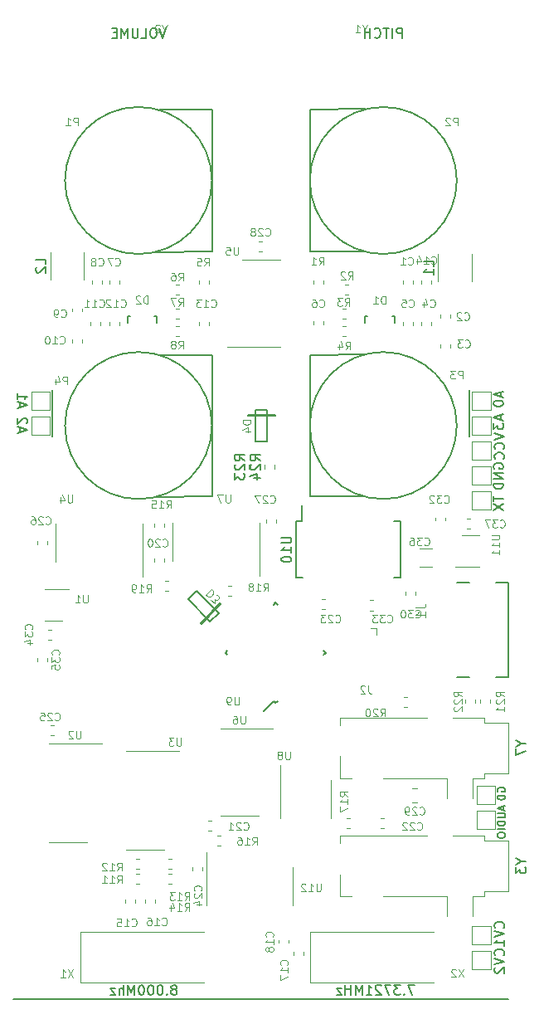
<source format=gbr>
%TF.GenerationSoftware,KiCad,Pcbnew,6.0.10+dfsg-1~bpo11+1*%
%TF.CreationDate,2023-03-02T20:38:38+00:00*%
%TF.ProjectId,OpenThereminV4,4f70656e-5468-4657-9265-6d696e56342e,rev?*%
%TF.SameCoordinates,Original*%
%TF.FileFunction,Legend,Bot*%
%TF.FilePolarity,Positive*%
%FSLAX46Y46*%
G04 Gerber Fmt 4.6, Leading zero omitted, Abs format (unit mm)*
G04 Created by KiCad (PCBNEW 6.0.10+dfsg-1~bpo11+1) date 2023-03-02 20:38:38*
%MOMM*%
%LPD*%
G01*
G04 APERTURE LIST*
%ADD10C,0.150000*%
%ADD11C,0.200000*%
%ADD12C,0.100000*%
%ADD13C,0.015000*%
%ADD14C,0.120000*%
G04 APERTURE END LIST*
D10*
X47259800Y63095000D02*
X47259800Y67870200D01*
X4700000Y63095000D02*
X4700000Y67870200D01*
X750000Y5750000D02*
X51250000Y5750000D01*
X17227076Y6724448D02*
X17322314Y6772067D01*
X17369933Y6819686D01*
X17417552Y6914924D01*
X17417552Y6962543D01*
X17369933Y7057781D01*
X17322314Y7105400D01*
X17227076Y7153020D01*
X17036600Y7153020D01*
X16941361Y7105400D01*
X16893742Y7057781D01*
X16846123Y6962543D01*
X16846123Y6914924D01*
X16893742Y6819686D01*
X16941361Y6772067D01*
X17036600Y6724448D01*
X17227076Y6724448D01*
X17322314Y6676829D01*
X17369933Y6629210D01*
X17417552Y6533972D01*
X17417552Y6343496D01*
X17369933Y6248258D01*
X17322314Y6200639D01*
X17227076Y6153020D01*
X17036600Y6153020D01*
X16941361Y6200639D01*
X16893742Y6248258D01*
X16846123Y6343496D01*
X16846123Y6533972D01*
X16893742Y6629210D01*
X16941361Y6676829D01*
X17036600Y6724448D01*
X16417552Y6248258D02*
X16369933Y6200639D01*
X16417552Y6153020D01*
X16465171Y6200639D01*
X16417552Y6248258D01*
X16417552Y6153020D01*
X15750885Y7153020D02*
X15655647Y7153020D01*
X15560409Y7105400D01*
X15512790Y7057781D01*
X15465171Y6962543D01*
X15417552Y6772067D01*
X15417552Y6533972D01*
X15465171Y6343496D01*
X15512790Y6248258D01*
X15560409Y6200639D01*
X15655647Y6153020D01*
X15750885Y6153020D01*
X15846123Y6200639D01*
X15893742Y6248258D01*
X15941361Y6343496D01*
X15988980Y6533972D01*
X15988980Y6772067D01*
X15941361Y6962543D01*
X15893742Y7057781D01*
X15846123Y7105400D01*
X15750885Y7153020D01*
X14798504Y7153020D02*
X14703266Y7153020D01*
X14608028Y7105400D01*
X14560409Y7057781D01*
X14512790Y6962543D01*
X14465171Y6772067D01*
X14465171Y6533972D01*
X14512790Y6343496D01*
X14560409Y6248258D01*
X14608028Y6200639D01*
X14703266Y6153020D01*
X14798504Y6153020D01*
X14893742Y6200639D01*
X14941361Y6248258D01*
X14988980Y6343496D01*
X15036600Y6533972D01*
X15036600Y6772067D01*
X14988980Y6962543D01*
X14941361Y7057781D01*
X14893742Y7105400D01*
X14798504Y7153020D01*
X13846123Y7153020D02*
X13750885Y7153020D01*
X13655647Y7105400D01*
X13608028Y7057781D01*
X13560409Y6962543D01*
X13512790Y6772067D01*
X13512790Y6533972D01*
X13560409Y6343496D01*
X13608028Y6248258D01*
X13655647Y6200639D01*
X13750885Y6153020D01*
X13846123Y6153020D01*
X13941361Y6200639D01*
X13988980Y6248258D01*
X14036600Y6343496D01*
X14084219Y6533972D01*
X14084219Y6772067D01*
X14036600Y6962543D01*
X13988980Y7057781D01*
X13941361Y7105400D01*
X13846123Y7153020D01*
X13084219Y6153020D02*
X13084219Y7153020D01*
X12750885Y6438734D01*
X12417552Y7153020D01*
X12417552Y6153020D01*
X11941361Y6153020D02*
X11941361Y7153020D01*
X11512790Y6153020D02*
X11512790Y6676829D01*
X11560409Y6772067D01*
X11655647Y6819686D01*
X11798504Y6819686D01*
X11893742Y6772067D01*
X11941361Y6724448D01*
X11131838Y6819686D02*
X10608028Y6819686D01*
X11131838Y6153020D01*
X10608028Y6153020D01*
D11*
X16309523Y104797620D02*
X15976190Y103797620D01*
X15642857Y104797620D01*
X15119047Y104797620D02*
X14928571Y104797620D01*
X14833333Y104750000D01*
X14738095Y104654762D01*
X14690476Y104464286D01*
X14690476Y104130953D01*
X14738095Y103940477D01*
X14833333Y103845239D01*
X14928571Y103797620D01*
X15119047Y103797620D01*
X15214285Y103845239D01*
X15309523Y103940477D01*
X15357142Y104130953D01*
X15357142Y104464286D01*
X15309523Y104654762D01*
X15214285Y104750000D01*
X15119047Y104797620D01*
X13785714Y103797620D02*
X14261904Y103797620D01*
X14261904Y104797620D01*
X13452380Y104797620D02*
X13452380Y103988096D01*
X13404761Y103892858D01*
X13357142Y103845239D01*
X13261904Y103797620D01*
X13071428Y103797620D01*
X12976190Y103845239D01*
X12928571Y103892858D01*
X12880952Y103988096D01*
X12880952Y104797620D01*
X12404761Y103797620D02*
X12404761Y104797620D01*
X12071428Y104083334D01*
X11738095Y104797620D01*
X11738095Y103797620D01*
X11261904Y104321429D02*
X10928571Y104321429D01*
X10785714Y103797620D02*
X11261904Y103797620D01*
X11261904Y104797620D01*
X10785714Y104797620D01*
X40404761Y103797620D02*
X40404761Y104797620D01*
X40023809Y104797620D01*
X39928571Y104750000D01*
X39880952Y104702381D01*
X39833333Y104607143D01*
X39833333Y104464286D01*
X39880952Y104369048D01*
X39928571Y104321429D01*
X40023809Y104273810D01*
X40404761Y104273810D01*
X39404761Y103797620D02*
X39404761Y104797620D01*
X39071428Y104797620D02*
X38500000Y104797620D01*
X38785714Y103797620D02*
X38785714Y104797620D01*
X37595238Y103892858D02*
X37642857Y103845239D01*
X37785714Y103797620D01*
X37880952Y103797620D01*
X38023809Y103845239D01*
X38119047Y103940477D01*
X38166666Y104035715D01*
X38214285Y104226191D01*
X38214285Y104369048D01*
X38166666Y104559524D01*
X38119047Y104654762D01*
X38023809Y104750000D01*
X37880952Y104797620D01*
X37785714Y104797620D01*
X37642857Y104750000D01*
X37595238Y104702381D01*
X37166666Y103797620D02*
X37166666Y104797620D01*
X37166666Y104321429D02*
X36595238Y104321429D01*
X36595238Y103797620D02*
X36595238Y104797620D01*
X49852380Y63433334D02*
X50852380Y63100000D01*
X49852380Y62766667D01*
X50757142Y61861905D02*
X50804761Y61909524D01*
X50852380Y62052381D01*
X50852380Y62147620D01*
X50804761Y62290477D01*
X50709523Y62385715D01*
X50614285Y62433334D01*
X50423809Y62480953D01*
X50280952Y62480953D01*
X50090476Y62433334D01*
X49995238Y62385715D01*
X49900000Y62290477D01*
X49852380Y62147620D01*
X49852380Y62052381D01*
X49900000Y61909524D01*
X49947619Y61861905D01*
X50757142Y60861905D02*
X50804761Y60909524D01*
X50852380Y61052381D01*
X50852380Y61147620D01*
X50804761Y61290477D01*
X50709523Y61385715D01*
X50614285Y61433334D01*
X50423809Y61480953D01*
X50280952Y61480953D01*
X50090476Y61433334D01*
X49995238Y61385715D01*
X49900000Y61290477D01*
X49852380Y61147620D01*
X49852380Y61052381D01*
X49900000Y60909524D01*
X49947619Y60861905D01*
X50466666Y65314286D02*
X50466666Y64838096D01*
X50752380Y65409524D02*
X49752380Y65076191D01*
X50752380Y64742858D01*
X49752380Y64504762D02*
X49752380Y63885715D01*
X50133333Y64219048D01*
X50133333Y64076191D01*
X50180952Y63980953D01*
X50228571Y63933334D01*
X50323809Y63885715D01*
X50561904Y63885715D01*
X50657142Y63933334D01*
X50704761Y63980953D01*
X50752380Y64076191D01*
X50752380Y64361905D01*
X50704761Y64457143D01*
X50657142Y64504762D01*
X50466666Y67644686D02*
X50466666Y67168496D01*
X50752380Y67739924D02*
X49752380Y67406591D01*
X50752380Y67073258D01*
X49752380Y66549448D02*
X49752380Y66454210D01*
X49800000Y66358972D01*
X49847619Y66311353D01*
X49942857Y66263734D01*
X50133333Y66216115D01*
X50371428Y66216115D01*
X50561904Y66263734D01*
X50657142Y66311353D01*
X50704761Y66358972D01*
X50752380Y66454210D01*
X50752380Y66549448D01*
X50704761Y66644686D01*
X50657142Y66692305D01*
X50561904Y66739924D01*
X50371428Y66787543D01*
X50133333Y66787543D01*
X49942857Y66739924D01*
X49847619Y66692305D01*
X49800000Y66644686D01*
X49752380Y66549448D01*
X1433333Y66085715D02*
X1433333Y66561905D01*
X1147619Y65990477D02*
X2147619Y66323810D01*
X1147619Y66657143D01*
X1147619Y67514286D02*
X1147619Y66942858D01*
X1147619Y67228572D02*
X2147619Y67228572D01*
X2004761Y67133334D01*
X1909523Y67038096D01*
X1861904Y66942858D01*
X1433333Y63599915D02*
X1433333Y64076105D01*
X1147619Y63504677D02*
X2147619Y63838010D01*
X1147619Y64171343D01*
X2052380Y64457058D02*
X2100000Y64504677D01*
X2147619Y64599915D01*
X2147619Y64838010D01*
X2100000Y64933248D01*
X2052380Y64980867D01*
X1957142Y65028486D01*
X1861904Y65028486D01*
X1719047Y64980867D01*
X1147619Y64409439D01*
X1147619Y65028486D01*
X49752380Y57061905D02*
X49752380Y56490477D01*
X50752380Y56776191D02*
X49752380Y56776191D01*
X49752380Y56252381D02*
X50752380Y55585715D01*
X49752380Y55585715D02*
X50752380Y56252381D01*
X49800000Y59861905D02*
X49752380Y59957143D01*
X49752380Y60100000D01*
X49800000Y60242858D01*
X49895238Y60338096D01*
X49990476Y60385715D01*
X50180952Y60433334D01*
X50323809Y60433334D01*
X50514285Y60385715D01*
X50609523Y60338096D01*
X50704761Y60242858D01*
X50752380Y60100000D01*
X50752380Y60004762D01*
X50704761Y59861905D01*
X50657142Y59814286D01*
X50323809Y59814286D01*
X50323809Y60004762D01*
X50752380Y59385715D02*
X49752380Y59385715D01*
X50752380Y58814286D01*
X49752380Y58814286D01*
X50752380Y58338096D02*
X49752380Y58338096D01*
X49752380Y58100000D01*
X49800000Y57957143D01*
X49895238Y57861905D01*
X49990476Y57814286D01*
X50180952Y57766667D01*
X50323809Y57766667D01*
X50514285Y57814286D01*
X50609523Y57861905D01*
X50704761Y57957143D01*
X50752380Y58100000D01*
X50752380Y58338096D01*
X50733333Y25419048D02*
X50733333Y25038096D01*
X50961904Y25495239D02*
X50161904Y25228572D01*
X50961904Y24961905D01*
X50161904Y24695239D02*
X50809523Y24695239D01*
X50885714Y24657143D01*
X50923809Y24619048D01*
X50961904Y24542858D01*
X50961904Y24390477D01*
X50923809Y24314286D01*
X50885714Y24276191D01*
X50809523Y24238096D01*
X50161904Y24238096D01*
X50961904Y23857143D02*
X50161904Y23857143D01*
X50161904Y23666667D01*
X50200000Y23552381D01*
X50276190Y23476191D01*
X50352380Y23438096D01*
X50504761Y23400000D01*
X50619047Y23400000D01*
X50771428Y23438096D01*
X50847619Y23476191D01*
X50923809Y23552381D01*
X50961904Y23666667D01*
X50961904Y23857143D01*
X50961904Y23057143D02*
X50161904Y23057143D01*
X50161904Y22523810D02*
X50161904Y22371429D01*
X50200000Y22295239D01*
X50276190Y22219048D01*
X50428571Y22180953D01*
X50695238Y22180953D01*
X50847619Y22219048D01*
X50923809Y22295239D01*
X50961904Y22371429D01*
X50961904Y22523810D01*
X50923809Y22600000D01*
X50847619Y22676191D01*
X50695238Y22714286D01*
X50428571Y22714286D01*
X50276190Y22676191D01*
X50200000Y22600000D01*
X50161904Y22523810D01*
X50200000Y26890477D02*
X50161904Y26966667D01*
X50161904Y27080953D01*
X50200000Y27195239D01*
X50276190Y27271429D01*
X50352380Y27309524D01*
X50504761Y27347620D01*
X50619047Y27347620D01*
X50771428Y27309524D01*
X50847619Y27271429D01*
X50923809Y27195239D01*
X50961904Y27080953D01*
X50961904Y27004762D01*
X50923809Y26890477D01*
X50885714Y26852381D01*
X50619047Y26852381D01*
X50619047Y27004762D01*
X50961904Y26509524D02*
X50161904Y26509524D01*
X50161904Y26319048D01*
X50200000Y26204762D01*
X50276190Y26128572D01*
X50352380Y26090477D01*
X50504761Y26052381D01*
X50619047Y26052381D01*
X50771428Y26090477D01*
X50847619Y26128572D01*
X50923809Y26204762D01*
X50961904Y26319048D01*
X50961904Y26509524D01*
X50757142Y12995239D02*
X50804761Y13042858D01*
X50852380Y13185715D01*
X50852380Y13280953D01*
X50804761Y13423810D01*
X50709523Y13519048D01*
X50614285Y13566667D01*
X50423809Y13614286D01*
X50280952Y13614286D01*
X50090476Y13566667D01*
X49995238Y13519048D01*
X49900000Y13423810D01*
X49852380Y13280953D01*
X49852380Y13185715D01*
X49900000Y13042858D01*
X49947619Y12995239D01*
X49852380Y12709524D02*
X50852380Y12376191D01*
X49852380Y12042858D01*
X50852380Y11185715D02*
X50852380Y11757143D01*
X50852380Y11471429D02*
X49852380Y11471429D01*
X49995238Y11566667D01*
X50090476Y11661905D01*
X50138095Y11757143D01*
X50757142Y10195239D02*
X50804761Y10242858D01*
X50852380Y10385715D01*
X50852380Y10480953D01*
X50804761Y10623810D01*
X50709523Y10719048D01*
X50614285Y10766667D01*
X50423809Y10814286D01*
X50280952Y10814286D01*
X50090476Y10766667D01*
X49995238Y10719048D01*
X49900000Y10623810D01*
X49852380Y10480953D01*
X49852380Y10385715D01*
X49900000Y10242858D01*
X49947619Y10195239D01*
X49852380Y9909524D02*
X50852380Y9576191D01*
X49852380Y9242858D01*
X49947619Y8957143D02*
X49900000Y8909524D01*
X49852380Y8814286D01*
X49852380Y8576191D01*
X49900000Y8480953D01*
X49947619Y8433334D01*
X50042857Y8385715D01*
X50138095Y8385715D01*
X50280952Y8433334D01*
X50852380Y9004762D01*
X50852380Y8385715D01*
D10*
X41660190Y7178420D02*
X40993523Y7178420D01*
X41422095Y6178420D01*
X40612571Y6273658D02*
X40564952Y6226039D01*
X40612571Y6178420D01*
X40660190Y6226039D01*
X40612571Y6273658D01*
X40612571Y6178420D01*
X40231619Y7178420D02*
X39612571Y7178420D01*
X39945904Y6797467D01*
X39803047Y6797467D01*
X39707809Y6749848D01*
X39660190Y6702229D01*
X39612571Y6606991D01*
X39612571Y6368896D01*
X39660190Y6273658D01*
X39707809Y6226039D01*
X39803047Y6178420D01*
X40088761Y6178420D01*
X40184000Y6226039D01*
X40231619Y6273658D01*
X39279238Y7178420D02*
X38612571Y7178420D01*
X39041142Y6178420D01*
X38279238Y7083181D02*
X38231619Y7130800D01*
X38136380Y7178420D01*
X37898285Y7178420D01*
X37803047Y7130800D01*
X37755428Y7083181D01*
X37707809Y6987943D01*
X37707809Y6892705D01*
X37755428Y6749848D01*
X38326857Y6178420D01*
X37707809Y6178420D01*
X36755428Y6178420D02*
X37326857Y6178420D01*
X37041142Y6178420D02*
X37041142Y7178420D01*
X37136380Y7035562D01*
X37231619Y6940324D01*
X37326857Y6892705D01*
X36326857Y6178420D02*
X36326857Y7178420D01*
X35993523Y6464134D01*
X35660190Y7178420D01*
X35660190Y6178420D01*
X35184000Y6178420D02*
X35184000Y7178420D01*
X35184000Y6702229D02*
X34612571Y6702229D01*
X34612571Y6178420D02*
X34612571Y7178420D01*
X34231619Y6845086D02*
X33707809Y6845086D01*
X34231619Y6178420D01*
X33707809Y6178420D01*
D12*
%TO.C,Y1*%
X36604452Y104706548D02*
X36604452Y104325596D01*
X36871119Y105125596D02*
X36604452Y104706548D01*
X36337785Y105125596D01*
X35652071Y104325596D02*
X36109214Y104325596D01*
X35880642Y104325596D02*
X35880642Y105125596D01*
X35956833Y105011310D01*
X36033023Y104935120D01*
X36109214Y104897024D01*
%TO.C,Y2*%
X16157452Y104706548D02*
X16157452Y104325596D01*
X16424119Y105125596D02*
X16157452Y104706548D01*
X15890785Y105125596D01*
X15662214Y105049405D02*
X15624119Y105087500D01*
X15547928Y105125596D01*
X15357452Y105125596D01*
X15281261Y105087500D01*
X15243166Y105049405D01*
X15205071Y104973215D01*
X15205071Y104897024D01*
X15243166Y104782739D01*
X15700309Y104325596D01*
X15205071Y104325596D01*
%TO.C,P4*%
X6206976Y68448096D02*
X6206976Y69248096D01*
X5902214Y69248096D01*
X5826023Y69210000D01*
X5787928Y69171905D01*
X5749833Y69095715D01*
X5749833Y68981429D01*
X5787928Y68905239D01*
X5826023Y68867143D01*
X5902214Y68829048D01*
X6206976Y68829048D01*
X5064119Y68981429D02*
X5064119Y68448096D01*
X5254595Y69286191D02*
X5445071Y68714762D01*
X4949833Y68714762D01*
%TO.C,P2*%
X46084976Y94864096D02*
X46084976Y95664096D01*
X45780214Y95664096D01*
X45704023Y95626000D01*
X45665928Y95587905D01*
X45627833Y95511715D01*
X45627833Y95397429D01*
X45665928Y95321239D01*
X45704023Y95283143D01*
X45780214Y95245048D01*
X46084976Y95245048D01*
X45323071Y95587905D02*
X45284976Y95626000D01*
X45208785Y95664096D01*
X45018309Y95664096D01*
X44942119Y95626000D01*
X44904023Y95587905D01*
X44865928Y95511715D01*
X44865928Y95435524D01*
X44904023Y95321239D01*
X45361166Y94864096D01*
X44865928Y94864096D01*
D13*
%TO.C,J1*%
X41817380Y45658334D02*
X42531666Y45658334D01*
X42674523Y45705953D01*
X42769761Y45801191D01*
X42817380Y45944048D01*
X42817380Y46039286D01*
X42817380Y44658334D02*
X42817380Y45229762D01*
X42817380Y44944048D02*
X41817380Y44944048D01*
X41960238Y45039286D01*
X42055476Y45134524D01*
X42103095Y45229762D01*
D10*
%TO.C,L2*%
X4002380Y80704167D02*
X4002380Y81180358D01*
X3002380Y81180358D01*
X3097619Y80418453D02*
X3050000Y80370834D01*
X3002380Y80275596D01*
X3002380Y80037500D01*
X3050000Y79942262D01*
X3097619Y79894643D01*
X3192857Y79847024D01*
X3288095Y79847024D01*
X3430952Y79894643D01*
X4002380Y80466072D01*
X4002380Y79847024D01*
D12*
%TO.C,D2*%
X14464476Y76687856D02*
X14464476Y77487856D01*
X14274000Y77487856D01*
X14159714Y77449760D01*
X14083523Y77373570D01*
X14045428Y77297380D01*
X14007333Y77144999D01*
X14007333Y77030713D01*
X14045428Y76878332D01*
X14083523Y76802141D01*
X14159714Y76725951D01*
X14274000Y76687856D01*
X14464476Y76687856D01*
X13702571Y77411665D02*
X13664476Y77449760D01*
X13588285Y77487856D01*
X13397809Y77487856D01*
X13321619Y77449760D01*
X13283523Y77411665D01*
X13245428Y77335475D01*
X13245428Y77259284D01*
X13283523Y77144999D01*
X13740666Y76687856D01*
X13245428Y76687856D01*
%TO.C,C7*%
X11133333Y80614286D02*
X11171428Y80576191D01*
X11285714Y80538096D01*
X11361904Y80538096D01*
X11476190Y80576191D01*
X11552380Y80652381D01*
X11590476Y80728572D01*
X11628571Y80880953D01*
X11628571Y80995239D01*
X11590476Y81147620D01*
X11552380Y81223810D01*
X11476190Y81300000D01*
X11361904Y81338096D01*
X11285714Y81338096D01*
X11171428Y81300000D01*
X11133333Y81261905D01*
X10866666Y81338096D02*
X10333333Y81338096D01*
X10676190Y80538096D01*
%TO.C,C8*%
X9433333Y80614286D02*
X9471428Y80576191D01*
X9585714Y80538096D01*
X9661904Y80538096D01*
X9776190Y80576191D01*
X9852380Y80652381D01*
X9890476Y80728572D01*
X9928571Y80880953D01*
X9928571Y80995239D01*
X9890476Y81147620D01*
X9852380Y81223810D01*
X9776190Y81300000D01*
X9661904Y81338096D01*
X9585714Y81338096D01*
X9471428Y81300000D01*
X9433333Y81261905D01*
X8976190Y80995239D02*
X9052380Y81033334D01*
X9090476Y81071429D01*
X9128571Y81147620D01*
X9128571Y81185715D01*
X9090476Y81261905D01*
X9052380Y81300000D01*
X8976190Y81338096D01*
X8823809Y81338096D01*
X8747619Y81300000D01*
X8709523Y81261905D01*
X8671428Y81185715D01*
X8671428Y81147620D01*
X8709523Y81071429D01*
X8747619Y81033334D01*
X8823809Y80995239D01*
X8976190Y80995239D01*
X9052380Y80957143D01*
X9090476Y80919048D01*
X9128571Y80842858D01*
X9128571Y80690477D01*
X9090476Y80614286D01*
X9052380Y80576191D01*
X8976190Y80538096D01*
X8823809Y80538096D01*
X8747619Y80576191D01*
X8709523Y80614286D01*
X8671428Y80690477D01*
X8671428Y80842858D01*
X8709523Y80919048D01*
X8747619Y80957143D01*
X8823809Y80995239D01*
%TO.C,C9*%
X5622833Y75382286D02*
X5660928Y75344191D01*
X5775214Y75306096D01*
X5851404Y75306096D01*
X5965690Y75344191D01*
X6041880Y75420381D01*
X6079976Y75496572D01*
X6118071Y75648953D01*
X6118071Y75763239D01*
X6079976Y75915620D01*
X6041880Y75991810D01*
X5965690Y76068000D01*
X5851404Y76106096D01*
X5775214Y76106096D01*
X5660928Y76068000D01*
X5622833Y76029905D01*
X5241880Y75306096D02*
X5089500Y75306096D01*
X5013309Y75344191D01*
X4975214Y75382286D01*
X4899023Y75496572D01*
X4860928Y75648953D01*
X4860928Y75953715D01*
X4899023Y76029905D01*
X4937119Y76068000D01*
X5013309Y76106096D01*
X5165690Y76106096D01*
X5241880Y76068000D01*
X5279976Y76029905D01*
X5318071Y75953715D01*
X5318071Y75763239D01*
X5279976Y75687048D01*
X5241880Y75648953D01*
X5165690Y75610858D01*
X5013309Y75610858D01*
X4937119Y75648953D01*
X4899023Y75687048D01*
X4860928Y75763239D01*
%TO.C,C11*%
X9514285Y76414286D02*
X9552380Y76376191D01*
X9666666Y76338096D01*
X9742857Y76338096D01*
X9857142Y76376191D01*
X9933333Y76452381D01*
X9971428Y76528572D01*
X10009523Y76680953D01*
X10009523Y76795239D01*
X9971428Y76947620D01*
X9933333Y77023810D01*
X9857142Y77100000D01*
X9742857Y77138096D01*
X9666666Y77138096D01*
X9552380Y77100000D01*
X9514285Y77061905D01*
X8752380Y76338096D02*
X9209523Y76338096D01*
X8980952Y76338096D02*
X8980952Y77138096D01*
X9057142Y77023810D01*
X9133333Y76947620D01*
X9209523Y76909524D01*
X7990476Y76338096D02*
X8447619Y76338096D01*
X8219047Y76338096D02*
X8219047Y77138096D01*
X8295238Y77023810D01*
X8371428Y76947620D01*
X8447619Y76909524D01*
%TO.C,C16*%
X15914285Y13314286D02*
X15952380Y13276191D01*
X16066666Y13238096D01*
X16142857Y13238096D01*
X16257142Y13276191D01*
X16333333Y13352381D01*
X16371428Y13428572D01*
X16409523Y13580953D01*
X16409523Y13695239D01*
X16371428Y13847620D01*
X16333333Y13923810D01*
X16257142Y14000000D01*
X16142857Y14038096D01*
X16066666Y14038096D01*
X15952380Y14000000D01*
X15914285Y13961905D01*
X15152380Y13238096D02*
X15609523Y13238096D01*
X15380952Y13238096D02*
X15380952Y14038096D01*
X15457142Y13923810D01*
X15533333Y13847620D01*
X15609523Y13809524D01*
X14466666Y14038096D02*
X14619047Y14038096D01*
X14695238Y14000000D01*
X14733333Y13961905D01*
X14809523Y13847620D01*
X14847619Y13695239D01*
X14847619Y13390477D01*
X14809523Y13314286D01*
X14771428Y13276191D01*
X14695238Y13238096D01*
X14542857Y13238096D01*
X14466666Y13276191D01*
X14428571Y13314286D01*
X14390476Y13390477D01*
X14390476Y13580953D01*
X14428571Y13657143D01*
X14466666Y13695239D01*
X14542857Y13733334D01*
X14695238Y13733334D01*
X14771428Y13695239D01*
X14809523Y13657143D01*
X14847619Y13580953D01*
%TO.C,C24*%
X19885714Y16814286D02*
X19923809Y16852381D01*
X19961904Y16966667D01*
X19961904Y17042858D01*
X19923809Y17157143D01*
X19847619Y17233334D01*
X19771428Y17271429D01*
X19619047Y17309524D01*
X19504761Y17309524D01*
X19352380Y17271429D01*
X19276190Y17233334D01*
X19200000Y17157143D01*
X19161904Y17042858D01*
X19161904Y16966667D01*
X19200000Y16852381D01*
X19238095Y16814286D01*
X19238095Y16509524D02*
X19200000Y16471429D01*
X19161904Y16395239D01*
X19161904Y16204762D01*
X19200000Y16128572D01*
X19238095Y16090477D01*
X19314285Y16052381D01*
X19390476Y16052381D01*
X19504761Y16090477D01*
X19961904Y16547620D01*
X19961904Y16052381D01*
X19428571Y15366667D02*
X19961904Y15366667D01*
X19123809Y15557143D02*
X19695238Y15747620D01*
X19695238Y15252381D01*
%TO.C,C26*%
X4035285Y54236786D02*
X4073380Y54198691D01*
X4187666Y54160596D01*
X4263857Y54160596D01*
X4378142Y54198691D01*
X4454333Y54274881D01*
X4492428Y54351072D01*
X4530523Y54503453D01*
X4530523Y54617739D01*
X4492428Y54770120D01*
X4454333Y54846310D01*
X4378142Y54922500D01*
X4263857Y54960596D01*
X4187666Y54960596D01*
X4073380Y54922500D01*
X4035285Y54884405D01*
X3730523Y54884405D02*
X3692428Y54922500D01*
X3616238Y54960596D01*
X3425761Y54960596D01*
X3349571Y54922500D01*
X3311476Y54884405D01*
X3273380Y54808215D01*
X3273380Y54732024D01*
X3311476Y54617739D01*
X3768619Y54160596D01*
X3273380Y54160596D01*
X2587666Y54960596D02*
X2740047Y54960596D01*
X2816238Y54922500D01*
X2854333Y54884405D01*
X2930523Y54770120D01*
X2968619Y54617739D01*
X2968619Y54312977D01*
X2930523Y54236786D01*
X2892428Y54198691D01*
X2816238Y54160596D01*
X2663857Y54160596D01*
X2587666Y54198691D01*
X2549571Y54236786D01*
X2511476Y54312977D01*
X2511476Y54503453D01*
X2549571Y54579643D01*
X2587666Y54617739D01*
X2663857Y54655834D01*
X2816238Y54655834D01*
X2892428Y54617739D01*
X2930523Y54579643D01*
X2968619Y54503453D01*
%TO.C,C27*%
X26958785Y56395786D02*
X26996880Y56357691D01*
X27111166Y56319596D01*
X27187357Y56319596D01*
X27301642Y56357691D01*
X27377833Y56433881D01*
X27415928Y56510072D01*
X27454023Y56662453D01*
X27454023Y56776739D01*
X27415928Y56929120D01*
X27377833Y57005310D01*
X27301642Y57081500D01*
X27187357Y57119596D01*
X27111166Y57119596D01*
X26996880Y57081500D01*
X26958785Y57043405D01*
X26654023Y57043405D02*
X26615928Y57081500D01*
X26539738Y57119596D01*
X26349261Y57119596D01*
X26273071Y57081500D01*
X26234976Y57043405D01*
X26196880Y56967215D01*
X26196880Y56891024D01*
X26234976Y56776739D01*
X26692119Y56319596D01*
X26196880Y56319596D01*
X25930214Y57119596D02*
X25396880Y57119596D01*
X25739738Y56319596D01*
%TO.C,C28*%
X26488785Y83670286D02*
X26526880Y83632191D01*
X26641166Y83594096D01*
X26717357Y83594096D01*
X26831642Y83632191D01*
X26907833Y83708381D01*
X26945928Y83784572D01*
X26984023Y83936953D01*
X26984023Y84051239D01*
X26945928Y84203620D01*
X26907833Y84279810D01*
X26831642Y84356000D01*
X26717357Y84394096D01*
X26641166Y84394096D01*
X26526880Y84356000D01*
X26488785Y84317905D01*
X26184023Y84317905D02*
X26145928Y84356000D01*
X26069738Y84394096D01*
X25879261Y84394096D01*
X25803071Y84356000D01*
X25764976Y84317905D01*
X25726880Y84241715D01*
X25726880Y84165524D01*
X25764976Y84051239D01*
X26222119Y83594096D01*
X25726880Y83594096D01*
X25269738Y84051239D02*
X25345928Y84089334D01*
X25384023Y84127429D01*
X25422119Y84203620D01*
X25422119Y84241715D01*
X25384023Y84317905D01*
X25345928Y84356000D01*
X25269738Y84394096D01*
X25117357Y84394096D01*
X25041166Y84356000D01*
X25003071Y84317905D01*
X24964976Y84241715D01*
X24964976Y84203620D01*
X25003071Y84127429D01*
X25041166Y84089334D01*
X25117357Y84051239D01*
X25269738Y84051239D01*
X25345928Y84013143D01*
X25384023Y83975048D01*
X25422119Y83898858D01*
X25422119Y83746477D01*
X25384023Y83670286D01*
X25345928Y83632191D01*
X25269738Y83594096D01*
X25117357Y83594096D01*
X25041166Y83632191D01*
X25003071Y83670286D01*
X24964976Y83746477D01*
X24964976Y83898858D01*
X25003071Y83975048D01*
X25041166Y84013143D01*
X25117357Y84051239D01*
%TO.C,R2*%
X34896333Y79149096D02*
X35163000Y79530048D01*
X35353476Y79149096D02*
X35353476Y79949096D01*
X35048714Y79949096D01*
X34972523Y79911000D01*
X34934428Y79872905D01*
X34896333Y79796715D01*
X34896333Y79682429D01*
X34934428Y79606239D01*
X34972523Y79568143D01*
X35048714Y79530048D01*
X35353476Y79530048D01*
X34591571Y79872905D02*
X34553476Y79911000D01*
X34477285Y79949096D01*
X34286809Y79949096D01*
X34210619Y79911000D01*
X34172523Y79872905D01*
X34134428Y79796715D01*
X34134428Y79720524D01*
X34172523Y79606239D01*
X34629666Y79149096D01*
X34134428Y79149096D01*
%TO.C,R4*%
X34642333Y72004096D02*
X34909000Y72385048D01*
X35099476Y72004096D02*
X35099476Y72804096D01*
X34794714Y72804096D01*
X34718523Y72766000D01*
X34680428Y72727905D01*
X34642333Y72651715D01*
X34642333Y72537429D01*
X34680428Y72461239D01*
X34718523Y72423143D01*
X34794714Y72385048D01*
X35099476Y72385048D01*
X33956619Y72537429D02*
X33956619Y72004096D01*
X34147095Y72842191D02*
X34337571Y72270762D01*
X33842333Y72270762D01*
%TO.C,R5*%
X20233333Y80538596D02*
X20500000Y80919548D01*
X20690476Y80538596D02*
X20690476Y81338596D01*
X20385714Y81338596D01*
X20309523Y81300500D01*
X20271428Y81262405D01*
X20233333Y81186215D01*
X20233333Y81071929D01*
X20271428Y80995739D01*
X20309523Y80957643D01*
X20385714Y80919548D01*
X20690476Y80919548D01*
X19509523Y81338596D02*
X19890476Y81338596D01*
X19928571Y80957643D01*
X19890476Y80995739D01*
X19814285Y81033834D01*
X19623809Y81033834D01*
X19547619Y80995739D01*
X19509523Y80957643D01*
X19471428Y80881453D01*
X19471428Y80690977D01*
X19509523Y80614786D01*
X19547619Y80576691D01*
X19623809Y80538596D01*
X19814285Y80538596D01*
X19890476Y80576691D01*
X19928571Y80614786D01*
%TO.C,R7*%
X17598833Y76438096D02*
X17865500Y76819048D01*
X18055976Y76438096D02*
X18055976Y77238096D01*
X17751214Y77238096D01*
X17675023Y77200000D01*
X17636928Y77161905D01*
X17598833Y77085715D01*
X17598833Y76971429D01*
X17636928Y76895239D01*
X17675023Y76857143D01*
X17751214Y76819048D01*
X18055976Y76819048D01*
X17332166Y77238096D02*
X16798833Y77238096D01*
X17141690Y76438096D01*
%TO.C,R8*%
X17598833Y72098096D02*
X17865500Y72479048D01*
X18055976Y72098096D02*
X18055976Y72898096D01*
X17751214Y72898096D01*
X17675023Y72860000D01*
X17636928Y72821905D01*
X17598833Y72745715D01*
X17598833Y72631429D01*
X17636928Y72555239D01*
X17675023Y72517143D01*
X17751214Y72479048D01*
X18055976Y72479048D01*
X17141690Y72555239D02*
X17217880Y72593334D01*
X17255976Y72631429D01*
X17294071Y72707620D01*
X17294071Y72745715D01*
X17255976Y72821905D01*
X17217880Y72860000D01*
X17141690Y72898096D01*
X16989309Y72898096D01*
X16913119Y72860000D01*
X16875023Y72821905D01*
X16836928Y72745715D01*
X16836928Y72707620D01*
X16875023Y72631429D01*
X16913119Y72593334D01*
X16989309Y72555239D01*
X17141690Y72555239D01*
X17217880Y72517143D01*
X17255976Y72479048D01*
X17294071Y72402858D01*
X17294071Y72250477D01*
X17255976Y72174286D01*
X17217880Y72136191D01*
X17141690Y72098096D01*
X16989309Y72098096D01*
X16913119Y72136191D01*
X16875023Y72174286D01*
X16836928Y72250477D01*
X16836928Y72402858D01*
X16875023Y72479048D01*
X16913119Y72517143D01*
X16989309Y72555239D01*
%TO.C,R12*%
X11314285Y18838096D02*
X11580952Y19219048D01*
X11771428Y18838096D02*
X11771428Y19638096D01*
X11466666Y19638096D01*
X11390476Y19600000D01*
X11352380Y19561905D01*
X11314285Y19485715D01*
X11314285Y19371429D01*
X11352380Y19295239D01*
X11390476Y19257143D01*
X11466666Y19219048D01*
X11771428Y19219048D01*
X10552380Y18838096D02*
X11009523Y18838096D01*
X10780952Y18838096D02*
X10780952Y19638096D01*
X10857142Y19523810D01*
X10933333Y19447620D01*
X11009523Y19409524D01*
X10247619Y19561905D02*
X10209523Y19600000D01*
X10133333Y19638096D01*
X9942857Y19638096D01*
X9866666Y19600000D01*
X9828571Y19561905D01*
X9790476Y19485715D01*
X9790476Y19409524D01*
X9828571Y19295239D01*
X10285714Y18838096D01*
X9790476Y18838096D01*
%TO.C,R14*%
X18214285Y14738096D02*
X18480952Y15119048D01*
X18671428Y14738096D02*
X18671428Y15538096D01*
X18366666Y15538096D01*
X18290476Y15500000D01*
X18252380Y15461905D01*
X18214285Y15385715D01*
X18214285Y15271429D01*
X18252380Y15195239D01*
X18290476Y15157143D01*
X18366666Y15119048D01*
X18671428Y15119048D01*
X17452380Y14738096D02*
X17909523Y14738096D01*
X17680952Y14738096D02*
X17680952Y15538096D01*
X17757142Y15423810D01*
X17833333Y15347620D01*
X17909523Y15309524D01*
X16766666Y15271429D02*
X16766666Y14738096D01*
X16957142Y15576191D02*
X17147619Y15004762D01*
X16652380Y15004762D01*
%TO.C,R17*%
X34870904Y26423686D02*
X34489952Y26690353D01*
X34870904Y26880829D02*
X34070904Y26880829D01*
X34070904Y26576067D01*
X34109000Y26499877D01*
X34147095Y26461781D01*
X34223285Y26423686D01*
X34337571Y26423686D01*
X34413761Y26461781D01*
X34451857Y26499877D01*
X34489952Y26576067D01*
X34489952Y26880829D01*
X34870904Y25661781D02*
X34870904Y26118924D01*
X34870904Y25890353D02*
X34070904Y25890353D01*
X34185190Y25966543D01*
X34261380Y26042734D01*
X34299476Y26118924D01*
X34070904Y25395115D02*
X34070904Y24861781D01*
X34870904Y25204639D01*
D10*
%TO.C,L1*%
X43602380Y80504167D02*
X43602380Y80980358D01*
X42602380Y80980358D01*
X43602380Y79647024D02*
X43602380Y80218453D01*
X43602380Y79932739D02*
X42602380Y79932739D01*
X42745238Y80027977D01*
X42840476Y80123215D01*
X42888095Y80218453D01*
D12*
%TO.C,D1*%
X38716476Y76674096D02*
X38716476Y77474096D01*
X38526000Y77474096D01*
X38411714Y77436000D01*
X38335523Y77359810D01*
X38297428Y77283620D01*
X38259333Y77131239D01*
X38259333Y77016953D01*
X38297428Y76864572D01*
X38335523Y76788381D01*
X38411714Y76712191D01*
X38526000Y76674096D01*
X38716476Y76674096D01*
X37497428Y76674096D02*
X37954571Y76674096D01*
X37726000Y76674096D02*
X37726000Y77474096D01*
X37802190Y77359810D01*
X37878380Y77283620D01*
X37954571Y77245524D01*
%TO.C,R6*%
X17598833Y79038096D02*
X17865500Y79419048D01*
X18055976Y79038096D02*
X18055976Y79838096D01*
X17751214Y79838096D01*
X17675023Y79800000D01*
X17636928Y79761905D01*
X17598833Y79685715D01*
X17598833Y79571429D01*
X17636928Y79495239D01*
X17675023Y79457143D01*
X17751214Y79419048D01*
X18055976Y79419048D01*
X16913119Y79838096D02*
X17065500Y79838096D01*
X17141690Y79800000D01*
X17179785Y79761905D01*
X17255976Y79647620D01*
X17294071Y79495239D01*
X17294071Y79190477D01*
X17255976Y79114286D01*
X17217880Y79076191D01*
X17141690Y79038096D01*
X16989309Y79038096D01*
X16913119Y79076191D01*
X16875023Y79114286D01*
X16836928Y79190477D01*
X16836928Y79380953D01*
X16875023Y79457143D01*
X16913119Y79495239D01*
X16989309Y79533334D01*
X17141690Y79533334D01*
X17217880Y79495239D01*
X17255976Y79457143D01*
X17294071Y79380953D01*
%TO.C,C2*%
X46770833Y75064786D02*
X46808928Y75026691D01*
X46923214Y74988596D01*
X46999404Y74988596D01*
X47113690Y75026691D01*
X47189880Y75102881D01*
X47227976Y75179072D01*
X47266071Y75331453D01*
X47266071Y75445739D01*
X47227976Y75598120D01*
X47189880Y75674310D01*
X47113690Y75750500D01*
X46999404Y75788596D01*
X46923214Y75788596D01*
X46808928Y75750500D01*
X46770833Y75712405D01*
X46466071Y75712405D02*
X46427976Y75750500D01*
X46351785Y75788596D01*
X46161309Y75788596D01*
X46085119Y75750500D01*
X46047023Y75712405D01*
X46008928Y75636215D01*
X46008928Y75560024D01*
X46047023Y75445739D01*
X46504166Y74988596D01*
X46008928Y74988596D01*
%TO.C,C1*%
X41033333Y80714286D02*
X41071428Y80676191D01*
X41185714Y80638096D01*
X41261904Y80638096D01*
X41376190Y80676191D01*
X41452380Y80752381D01*
X41490476Y80828572D01*
X41528571Y80980953D01*
X41528571Y81095239D01*
X41490476Y81247620D01*
X41452380Y81323810D01*
X41376190Y81400000D01*
X41261904Y81438096D01*
X41185714Y81438096D01*
X41071428Y81400000D01*
X41033333Y81361905D01*
X40271428Y80638096D02*
X40728571Y80638096D01*
X40500000Y80638096D02*
X40500000Y81438096D01*
X40576190Y81323810D01*
X40652380Y81247620D01*
X40728571Y81209524D01*
%TO.C,P3*%
X46592976Y69019596D02*
X46592976Y69819596D01*
X46288214Y69819596D01*
X46212023Y69781500D01*
X46173928Y69743405D01*
X46135833Y69667215D01*
X46135833Y69552929D01*
X46173928Y69476739D01*
X46212023Y69438643D01*
X46288214Y69400548D01*
X46592976Y69400548D01*
X45869166Y69819596D02*
X45373928Y69819596D01*
X45640595Y69514834D01*
X45526309Y69514834D01*
X45450119Y69476739D01*
X45412023Y69438643D01*
X45373928Y69362453D01*
X45373928Y69171977D01*
X45412023Y69095786D01*
X45450119Y69057691D01*
X45526309Y69019596D01*
X45754880Y69019596D01*
X45831071Y69057691D01*
X45869166Y69095786D01*
%TO.C,C4*%
X43278333Y76398286D02*
X43316428Y76360191D01*
X43430714Y76322096D01*
X43506904Y76322096D01*
X43621190Y76360191D01*
X43697380Y76436381D01*
X43735476Y76512572D01*
X43773571Y76664953D01*
X43773571Y76779239D01*
X43735476Y76931620D01*
X43697380Y77007810D01*
X43621190Y77084000D01*
X43506904Y77122096D01*
X43430714Y77122096D01*
X43316428Y77084000D01*
X43278333Y77045905D01*
X42592619Y76855429D02*
X42592619Y76322096D01*
X42783095Y77160191D02*
X42973571Y76588762D01*
X42478333Y76588762D01*
%TO.C,C5*%
X41119333Y76398286D02*
X41157428Y76360191D01*
X41271714Y76322096D01*
X41347904Y76322096D01*
X41462190Y76360191D01*
X41538380Y76436381D01*
X41576476Y76512572D01*
X41614571Y76664953D01*
X41614571Y76779239D01*
X41576476Y76931620D01*
X41538380Y77007810D01*
X41462190Y77084000D01*
X41347904Y77122096D01*
X41271714Y77122096D01*
X41157428Y77084000D01*
X41119333Y77045905D01*
X40395523Y77122096D02*
X40776476Y77122096D01*
X40814571Y76741143D01*
X40776476Y76779239D01*
X40700285Y76817334D01*
X40509809Y76817334D01*
X40433619Y76779239D01*
X40395523Y76741143D01*
X40357428Y76664953D01*
X40357428Y76474477D01*
X40395523Y76398286D01*
X40433619Y76360191D01*
X40509809Y76322096D01*
X40700285Y76322096D01*
X40776476Y76360191D01*
X40814571Y76398286D01*
%TO.C,C14*%
X43414285Y80788786D02*
X43452380Y80750691D01*
X43566666Y80712596D01*
X43642857Y80712596D01*
X43757142Y80750691D01*
X43833333Y80826881D01*
X43871428Y80903072D01*
X43909523Y81055453D01*
X43909523Y81169739D01*
X43871428Y81322120D01*
X43833333Y81398310D01*
X43757142Y81474500D01*
X43642857Y81512596D01*
X43566666Y81512596D01*
X43452380Y81474500D01*
X43414285Y81436405D01*
X42652380Y80712596D02*
X43109523Y80712596D01*
X42880952Y80712596D02*
X42880952Y81512596D01*
X42957142Y81398310D01*
X43033333Y81322120D01*
X43109523Y81284024D01*
X41966666Y81245929D02*
X41966666Y80712596D01*
X42157142Y81550691D02*
X42347619Y80979262D01*
X41852380Y80979262D01*
D10*
%TO.C,U10*%
X28102380Y52838096D02*
X28911904Y52838096D01*
X29007142Y52790477D01*
X29054761Y52742858D01*
X29102380Y52647620D01*
X29102380Y52457143D01*
X29054761Y52361905D01*
X29007142Y52314286D01*
X28911904Y52266667D01*
X28102380Y52266667D01*
X29102380Y51266667D02*
X29102380Y51838096D01*
X29102380Y51552381D02*
X28102380Y51552381D01*
X28245238Y51647620D01*
X28340476Y51742858D01*
X28388095Y51838096D01*
X28102380Y50647620D02*
X28102380Y50552381D01*
X28150000Y50457143D01*
X28197619Y50409524D01*
X28292857Y50361905D01*
X28483333Y50314286D01*
X28721428Y50314286D01*
X28911904Y50361905D01*
X29007142Y50409524D01*
X29054761Y50457143D01*
X29102380Y50552381D01*
X29102380Y50647620D01*
X29054761Y50742858D01*
X29007142Y50790477D01*
X28911904Y50838096D01*
X28721428Y50885715D01*
X28483333Y50885715D01*
X28292857Y50838096D01*
X28197619Y50790477D01*
X28150000Y50742858D01*
X28102380Y50647620D01*
D12*
%TO.C,C23*%
X33614285Y44214286D02*
X33652380Y44176191D01*
X33766666Y44138096D01*
X33842857Y44138096D01*
X33957142Y44176191D01*
X34033333Y44252381D01*
X34071428Y44328572D01*
X34109523Y44480953D01*
X34109523Y44595239D01*
X34071428Y44747620D01*
X34033333Y44823810D01*
X33957142Y44900000D01*
X33842857Y44938096D01*
X33766666Y44938096D01*
X33652380Y44900000D01*
X33614285Y44861905D01*
X33309523Y44861905D02*
X33271428Y44900000D01*
X33195238Y44938096D01*
X33004761Y44938096D01*
X32928571Y44900000D01*
X32890476Y44861905D01*
X32852380Y44785715D01*
X32852380Y44709524D01*
X32890476Y44595239D01*
X33347619Y44138096D01*
X32852380Y44138096D01*
X32585714Y44938096D02*
X32090476Y44938096D01*
X32357142Y44633334D01*
X32242857Y44633334D01*
X32166666Y44595239D01*
X32128571Y44557143D01*
X32090476Y44480953D01*
X32090476Y44290477D01*
X32128571Y44214286D01*
X32166666Y44176191D01*
X32242857Y44138096D01*
X32471428Y44138096D01*
X32547619Y44176191D01*
X32585714Y44214286D01*
%TO.C,U5*%
X23688523Y82456096D02*
X23688523Y81808477D01*
X23650428Y81732286D01*
X23612333Y81694191D01*
X23536142Y81656096D01*
X23383761Y81656096D01*
X23307571Y81694191D01*
X23269476Y81732286D01*
X23231380Y81808477D01*
X23231380Y82456096D01*
X22469476Y82456096D02*
X22850428Y82456096D01*
X22888523Y82075143D01*
X22850428Y82113239D01*
X22774238Y82151334D01*
X22583761Y82151334D01*
X22507571Y82113239D01*
X22469476Y82075143D01*
X22431380Y81998953D01*
X22431380Y81808477D01*
X22469476Y81732286D01*
X22507571Y81694191D01*
X22583761Y81656096D01*
X22774238Y81656096D01*
X22850428Y81694191D01*
X22888523Y81732286D01*
%TO.C,U6*%
X24409523Y34628096D02*
X24409523Y33980477D01*
X24371428Y33904286D01*
X24333333Y33866191D01*
X24257142Y33828096D01*
X24104761Y33828096D01*
X24028571Y33866191D01*
X23990476Y33904286D01*
X23952380Y33980477D01*
X23952380Y34628096D01*
X23228571Y34628096D02*
X23380952Y34628096D01*
X23457142Y34590000D01*
X23495238Y34551905D01*
X23571428Y34437620D01*
X23609523Y34285239D01*
X23609523Y33980477D01*
X23571428Y33904286D01*
X23533333Y33866191D01*
X23457142Y33828096D01*
X23304761Y33828096D01*
X23228571Y33866191D01*
X23190476Y33904286D01*
X23152380Y33980477D01*
X23152380Y34170953D01*
X23190476Y34247143D01*
X23228571Y34285239D01*
X23304761Y34323334D01*
X23457142Y34323334D01*
X23533333Y34285239D01*
X23571428Y34247143D01*
X23609523Y34170953D01*
%TO.C,C32*%
X44714285Y56414286D02*
X44752380Y56376191D01*
X44866666Y56338096D01*
X44942857Y56338096D01*
X45057142Y56376191D01*
X45133333Y56452381D01*
X45171428Y56528572D01*
X45209523Y56680953D01*
X45209523Y56795239D01*
X45171428Y56947620D01*
X45133333Y57023810D01*
X45057142Y57100000D01*
X44942857Y57138096D01*
X44866666Y57138096D01*
X44752380Y57100000D01*
X44714285Y57061905D01*
X44447619Y57138096D02*
X43952380Y57138096D01*
X44219047Y56833334D01*
X44104761Y56833334D01*
X44028571Y56795239D01*
X43990476Y56757143D01*
X43952380Y56680953D01*
X43952380Y56490477D01*
X43990476Y56414286D01*
X44028571Y56376191D01*
X44104761Y56338096D01*
X44333333Y56338096D01*
X44409523Y56376191D01*
X44447619Y56414286D01*
X43647619Y57061905D02*
X43609523Y57100000D01*
X43533333Y57138096D01*
X43342857Y57138096D01*
X43266666Y57100000D01*
X43228571Y57061905D01*
X43190476Y56985715D01*
X43190476Y56909524D01*
X43228571Y56795239D01*
X43685714Y56338096D01*
X43190476Y56338096D01*
%TO.C,R20*%
X38198285Y34572296D02*
X38464952Y34953248D01*
X38655428Y34572296D02*
X38655428Y35372296D01*
X38350666Y35372296D01*
X38274476Y35334200D01*
X38236380Y35296105D01*
X38198285Y35219915D01*
X38198285Y35105629D01*
X38236380Y35029439D01*
X38274476Y34991343D01*
X38350666Y34953248D01*
X38655428Y34953248D01*
X37893523Y35296105D02*
X37855428Y35334200D01*
X37779238Y35372296D01*
X37588761Y35372296D01*
X37512571Y35334200D01*
X37474476Y35296105D01*
X37436380Y35219915D01*
X37436380Y35143724D01*
X37474476Y35029439D01*
X37931619Y34572296D01*
X37436380Y34572296D01*
X36941142Y35372296D02*
X36864952Y35372296D01*
X36788761Y35334200D01*
X36750666Y35296105D01*
X36712571Y35219915D01*
X36674476Y35067534D01*
X36674476Y34877058D01*
X36712571Y34724677D01*
X36750666Y34648486D01*
X36788761Y34610391D01*
X36864952Y34572296D01*
X36941142Y34572296D01*
X37017333Y34610391D01*
X37055428Y34648486D01*
X37093523Y34724677D01*
X37131619Y34877058D01*
X37131619Y35067534D01*
X37093523Y35219915D01*
X37055428Y35296105D01*
X37017333Y35334200D01*
X36941142Y35372296D01*
%TO.C,U4*%
X6734023Y57183096D02*
X6734023Y56535477D01*
X6695928Y56459286D01*
X6657833Y56421191D01*
X6581642Y56383096D01*
X6429261Y56383096D01*
X6353071Y56421191D01*
X6314976Y56459286D01*
X6276880Y56535477D01*
X6276880Y57183096D01*
X5553071Y56916429D02*
X5553071Y56383096D01*
X5743547Y57221191D02*
X5934023Y56649762D01*
X5438785Y56649762D01*
%TO.C,C35*%
X5363714Y40876286D02*
X5401809Y40914381D01*
X5439904Y41028667D01*
X5439904Y41104858D01*
X5401809Y41219143D01*
X5325619Y41295334D01*
X5249428Y41333429D01*
X5097047Y41371524D01*
X4982761Y41371524D01*
X4830380Y41333429D01*
X4754190Y41295334D01*
X4678000Y41219143D01*
X4639904Y41104858D01*
X4639904Y41028667D01*
X4678000Y40914381D01*
X4716095Y40876286D01*
X4639904Y40609620D02*
X4639904Y40114381D01*
X4944666Y40381048D01*
X4944666Y40266762D01*
X4982761Y40190572D01*
X5020857Y40152477D01*
X5097047Y40114381D01*
X5287523Y40114381D01*
X5363714Y40152477D01*
X5401809Y40190572D01*
X5439904Y40266762D01*
X5439904Y40495334D01*
X5401809Y40571524D01*
X5363714Y40609620D01*
X4639904Y39390572D02*
X4639904Y39771524D01*
X5020857Y39809620D01*
X4982761Y39771524D01*
X4944666Y39695334D01*
X4944666Y39504858D01*
X4982761Y39428667D01*
X5020857Y39390572D01*
X5097047Y39352477D01*
X5287523Y39352477D01*
X5363714Y39390572D01*
X5401809Y39428667D01*
X5439904Y39504858D01*
X5439904Y39695334D01*
X5401809Y39771524D01*
X5363714Y39809620D01*
%TO.C,U1*%
X8321523Y46959596D02*
X8321523Y46311977D01*
X8283428Y46235786D01*
X8245333Y46197691D01*
X8169142Y46159596D01*
X8016761Y46159596D01*
X7940571Y46197691D01*
X7902476Y46235786D01*
X7864380Y46311977D01*
X7864380Y46959596D01*
X7064380Y46159596D02*
X7521523Y46159596D01*
X7292952Y46159596D02*
X7292952Y46959596D01*
X7369142Y46845310D01*
X7445333Y46769120D01*
X7521523Y46731024D01*
%TO.C,R13*%
X18214285Y15838096D02*
X18480952Y16219048D01*
X18671428Y15838096D02*
X18671428Y16638096D01*
X18366666Y16638096D01*
X18290476Y16600000D01*
X18252380Y16561905D01*
X18214285Y16485715D01*
X18214285Y16371429D01*
X18252380Y16295239D01*
X18290476Y16257143D01*
X18366666Y16219048D01*
X18671428Y16219048D01*
X17452380Y15838096D02*
X17909523Y15838096D01*
X17680952Y15838096D02*
X17680952Y16638096D01*
X17757142Y16523810D01*
X17833333Y16447620D01*
X17909523Y16409524D01*
X17185714Y16638096D02*
X16690476Y16638096D01*
X16957142Y16333334D01*
X16842857Y16333334D01*
X16766666Y16295239D01*
X16728571Y16257143D01*
X16690476Y16180953D01*
X16690476Y15990477D01*
X16728571Y15914286D01*
X16766666Y15876191D01*
X16842857Y15838096D01*
X17071428Y15838096D01*
X17147619Y15876191D01*
X17185714Y15914286D01*
%TO.C,X1*%
X6835619Y8732596D02*
X6302285Y7932596D01*
X6302285Y8732596D02*
X6835619Y7932596D01*
X5578476Y7932596D02*
X6035619Y7932596D01*
X5807047Y7932596D02*
X5807047Y8732596D01*
X5883238Y8618310D01*
X5959428Y8542120D01*
X6035619Y8504024D01*
%TO.C,R15*%
X16354285Y55811596D02*
X16620952Y56192548D01*
X16811428Y55811596D02*
X16811428Y56611596D01*
X16506666Y56611596D01*
X16430476Y56573500D01*
X16392380Y56535405D01*
X16354285Y56459215D01*
X16354285Y56344929D01*
X16392380Y56268739D01*
X16430476Y56230643D01*
X16506666Y56192548D01*
X16811428Y56192548D01*
X15592380Y55811596D02*
X16049523Y55811596D01*
X15820952Y55811596D02*
X15820952Y56611596D01*
X15897142Y56497310D01*
X15973333Y56421120D01*
X16049523Y56383024D01*
X14868571Y56611596D02*
X15249523Y56611596D01*
X15287619Y56230643D01*
X15249523Y56268739D01*
X15173333Y56306834D01*
X14982857Y56306834D01*
X14906666Y56268739D01*
X14868571Y56230643D01*
X14830476Y56154453D01*
X14830476Y55963977D01*
X14868571Y55887786D01*
X14906666Y55849691D01*
X14982857Y55811596D01*
X15173333Y55811596D01*
X15249523Y55849691D01*
X15287619Y55887786D01*
%TO.C,D3*%
X20963680Y47548741D02*
X20397995Y46983055D01*
X20532682Y46848368D01*
X20640431Y46794493D01*
X20748181Y46794493D01*
X20828993Y46821431D01*
X20963680Y46902243D01*
X21044492Y46983055D01*
X21125305Y47117742D01*
X21152242Y47198554D01*
X21152242Y47306304D01*
X21098367Y47414054D01*
X20963680Y47548741D01*
X20909805Y46471244D02*
X21259992Y46121058D01*
X21286929Y46525119D01*
X21367741Y46444307D01*
X21448553Y46417370D01*
X21502428Y46417370D01*
X21583240Y46444307D01*
X21717927Y46578994D01*
X21744865Y46659806D01*
X21744865Y46713681D01*
X21717927Y46794493D01*
X21556303Y46956118D01*
X21475491Y46983055D01*
X21421616Y46983055D01*
%TO.C,U11*%
X49561904Y53090477D02*
X50209523Y53090477D01*
X50285714Y53052381D01*
X50323809Y53014286D01*
X50361904Y52938096D01*
X50361904Y52785715D01*
X50323809Y52709524D01*
X50285714Y52671429D01*
X50209523Y52633334D01*
X49561904Y52633334D01*
X50361904Y51833334D02*
X50361904Y52290477D01*
X50361904Y52061905D02*
X49561904Y52061905D01*
X49676190Y52138096D01*
X49752380Y52214286D01*
X49790476Y52290477D01*
X50361904Y51071429D02*
X50361904Y51528572D01*
X50361904Y51300000D02*
X49561904Y51300000D01*
X49676190Y51376191D01*
X49752380Y51452381D01*
X49790476Y51528572D01*
%TO.C,C33*%
X38914285Y44214286D02*
X38952380Y44176191D01*
X39066666Y44138096D01*
X39142857Y44138096D01*
X39257142Y44176191D01*
X39333333Y44252381D01*
X39371428Y44328572D01*
X39409523Y44480953D01*
X39409523Y44595239D01*
X39371428Y44747620D01*
X39333333Y44823810D01*
X39257142Y44900000D01*
X39142857Y44938096D01*
X39066666Y44938096D01*
X38952380Y44900000D01*
X38914285Y44861905D01*
X38647619Y44938096D02*
X38152380Y44938096D01*
X38419047Y44633334D01*
X38304761Y44633334D01*
X38228571Y44595239D01*
X38190476Y44557143D01*
X38152380Y44480953D01*
X38152380Y44290477D01*
X38190476Y44214286D01*
X38228571Y44176191D01*
X38304761Y44138096D01*
X38533333Y44138096D01*
X38609523Y44176191D01*
X38647619Y44214286D01*
X37885714Y44938096D02*
X37390476Y44938096D01*
X37657142Y44633334D01*
X37542857Y44633334D01*
X37466666Y44595239D01*
X37428571Y44557143D01*
X37390476Y44480953D01*
X37390476Y44290477D01*
X37428571Y44214286D01*
X37466666Y44176191D01*
X37542857Y44138096D01*
X37771428Y44138096D01*
X37847619Y44176191D01*
X37885714Y44214286D01*
%TO.C,C20*%
X15973285Y51950786D02*
X16011380Y51912691D01*
X16125666Y51874596D01*
X16201857Y51874596D01*
X16316142Y51912691D01*
X16392333Y51988881D01*
X16430428Y52065072D01*
X16468523Y52217453D01*
X16468523Y52331739D01*
X16430428Y52484120D01*
X16392333Y52560310D01*
X16316142Y52636500D01*
X16201857Y52674596D01*
X16125666Y52674596D01*
X16011380Y52636500D01*
X15973285Y52598405D01*
X15668523Y52598405D02*
X15630428Y52636500D01*
X15554238Y52674596D01*
X15363761Y52674596D01*
X15287571Y52636500D01*
X15249476Y52598405D01*
X15211380Y52522215D01*
X15211380Y52446024D01*
X15249476Y52331739D01*
X15706619Y51874596D01*
X15211380Y51874596D01*
X14716142Y52674596D02*
X14639952Y52674596D01*
X14563761Y52636500D01*
X14525666Y52598405D01*
X14487571Y52522215D01*
X14449476Y52369834D01*
X14449476Y52179358D01*
X14487571Y52026977D01*
X14525666Y51950786D01*
X14563761Y51912691D01*
X14639952Y51874596D01*
X14716142Y51874596D01*
X14792333Y51912691D01*
X14830428Y51950786D01*
X14868523Y52026977D01*
X14906619Y52179358D01*
X14906619Y52369834D01*
X14868523Y52522215D01*
X14830428Y52598405D01*
X14792333Y52636500D01*
X14716142Y52674596D01*
%TO.C,C18*%
X27185714Y12114286D02*
X27223809Y12152381D01*
X27261904Y12266667D01*
X27261904Y12342858D01*
X27223809Y12457143D01*
X27147619Y12533334D01*
X27071428Y12571429D01*
X26919047Y12609524D01*
X26804761Y12609524D01*
X26652380Y12571429D01*
X26576190Y12533334D01*
X26500000Y12457143D01*
X26461904Y12342858D01*
X26461904Y12266667D01*
X26500000Y12152381D01*
X26538095Y12114286D01*
X27261904Y11352381D02*
X27261904Y11809524D01*
X27261904Y11580953D02*
X26461904Y11580953D01*
X26576190Y11657143D01*
X26652380Y11733334D01*
X26690476Y11809524D01*
X26804761Y10895239D02*
X26766666Y10971429D01*
X26728571Y11009524D01*
X26652380Y11047620D01*
X26614285Y11047620D01*
X26538095Y11009524D01*
X26500000Y10971429D01*
X26461904Y10895239D01*
X26461904Y10742858D01*
X26500000Y10666667D01*
X26538095Y10628572D01*
X26614285Y10590477D01*
X26652380Y10590477D01*
X26728571Y10628572D01*
X26766666Y10666667D01*
X26804761Y10742858D01*
X26804761Y10895239D01*
X26842857Y10971429D01*
X26880952Y11009524D01*
X26957142Y11047620D01*
X27109523Y11047620D01*
X27185714Y11009524D01*
X27223809Y10971429D01*
X27261904Y10895239D01*
X27261904Y10742858D01*
X27223809Y10666667D01*
X27185714Y10628572D01*
X27109523Y10590477D01*
X26957142Y10590477D01*
X26880952Y10628572D01*
X26842857Y10666667D01*
X26804761Y10742858D01*
%TO.C,C15*%
X12814285Y13214286D02*
X12852380Y13176191D01*
X12966666Y13138096D01*
X13042857Y13138096D01*
X13157142Y13176191D01*
X13233333Y13252381D01*
X13271428Y13328572D01*
X13309523Y13480953D01*
X13309523Y13595239D01*
X13271428Y13747620D01*
X13233333Y13823810D01*
X13157142Y13900000D01*
X13042857Y13938096D01*
X12966666Y13938096D01*
X12852380Y13900000D01*
X12814285Y13861905D01*
X12052380Y13138096D02*
X12509523Y13138096D01*
X12280952Y13138096D02*
X12280952Y13938096D01*
X12357142Y13823810D01*
X12433333Y13747620D01*
X12509523Y13709524D01*
X11328571Y13938096D02*
X11709523Y13938096D01*
X11747619Y13557143D01*
X11709523Y13595239D01*
X11633333Y13633334D01*
X11442857Y13633334D01*
X11366666Y13595239D01*
X11328571Y13557143D01*
X11290476Y13480953D01*
X11290476Y13290477D01*
X11328571Y13214286D01*
X11366666Y13176191D01*
X11442857Y13138096D01*
X11633333Y13138096D01*
X11709523Y13176191D01*
X11747619Y13214286D01*
%TO.C,R11*%
X11314285Y17538096D02*
X11580952Y17919048D01*
X11771428Y17538096D02*
X11771428Y18338096D01*
X11466666Y18338096D01*
X11390476Y18300000D01*
X11352380Y18261905D01*
X11314285Y18185715D01*
X11314285Y18071429D01*
X11352380Y17995239D01*
X11390476Y17957143D01*
X11466666Y17919048D01*
X11771428Y17919048D01*
X10552380Y17538096D02*
X11009523Y17538096D01*
X10780952Y17538096D02*
X10780952Y18338096D01*
X10857142Y18223810D01*
X10933333Y18147620D01*
X11009523Y18109524D01*
X9790476Y17538096D02*
X10247619Y17538096D01*
X10019047Y17538096D02*
X10019047Y18338096D01*
X10095238Y18223810D01*
X10171428Y18147620D01*
X10247619Y18109524D01*
%TO.C,U2*%
X7608023Y33111096D02*
X7608023Y32463477D01*
X7569928Y32387286D01*
X7531833Y32349191D01*
X7455642Y32311096D01*
X7303261Y32311096D01*
X7227071Y32349191D01*
X7188976Y32387286D01*
X7150880Y32463477D01*
X7150880Y33111096D01*
X6808023Y33034905D02*
X6769928Y33073000D01*
X6693738Y33111096D01*
X6503261Y33111096D01*
X6427071Y33073000D01*
X6388976Y33034905D01*
X6350880Y32958715D01*
X6350880Y32882524D01*
X6388976Y32768239D01*
X6846119Y32311096D01*
X6350880Y32311096D01*
%TO.C,C25*%
X4987785Y34234286D02*
X5025880Y34196191D01*
X5140166Y34158096D01*
X5216357Y34158096D01*
X5330642Y34196191D01*
X5406833Y34272381D01*
X5444928Y34348572D01*
X5483023Y34500953D01*
X5483023Y34615239D01*
X5444928Y34767620D01*
X5406833Y34843810D01*
X5330642Y34920000D01*
X5216357Y34958096D01*
X5140166Y34958096D01*
X5025880Y34920000D01*
X4987785Y34881905D01*
X4683023Y34881905D02*
X4644928Y34920000D01*
X4568738Y34958096D01*
X4378261Y34958096D01*
X4302071Y34920000D01*
X4263976Y34881905D01*
X4225880Y34805715D01*
X4225880Y34729524D01*
X4263976Y34615239D01*
X4721119Y34158096D01*
X4225880Y34158096D01*
X3502071Y34958096D02*
X3883023Y34958096D01*
X3921119Y34577143D01*
X3883023Y34615239D01*
X3806833Y34653334D01*
X3616357Y34653334D01*
X3540166Y34615239D01*
X3502071Y34577143D01*
X3463976Y34500953D01*
X3463976Y34310477D01*
X3502071Y34234286D01*
X3540166Y34196191D01*
X3616357Y34158096D01*
X3806833Y34158096D01*
X3883023Y34196191D01*
X3921119Y34234286D01*
%TO.C,C21*%
X24235285Y23050786D02*
X24273380Y23012691D01*
X24387666Y22974596D01*
X24463857Y22974596D01*
X24578142Y23012691D01*
X24654333Y23088881D01*
X24692428Y23165072D01*
X24730523Y23317453D01*
X24730523Y23431739D01*
X24692428Y23584120D01*
X24654333Y23660310D01*
X24578142Y23736500D01*
X24463857Y23774596D01*
X24387666Y23774596D01*
X24273380Y23736500D01*
X24235285Y23698405D01*
X23930523Y23698405D02*
X23892428Y23736500D01*
X23816238Y23774596D01*
X23625761Y23774596D01*
X23549571Y23736500D01*
X23511476Y23698405D01*
X23473380Y23622215D01*
X23473380Y23546024D01*
X23511476Y23431739D01*
X23968619Y22974596D01*
X23473380Y22974596D01*
X22711476Y22974596D02*
X23168619Y22974596D01*
X22940047Y22974596D02*
X22940047Y23774596D01*
X23016238Y23660310D01*
X23092428Y23584120D01*
X23168619Y23546024D01*
%TO.C,R16*%
X25135285Y21474596D02*
X25401952Y21855548D01*
X25592428Y21474596D02*
X25592428Y22274596D01*
X25287666Y22274596D01*
X25211476Y22236500D01*
X25173380Y22198405D01*
X25135285Y22122215D01*
X25135285Y22007929D01*
X25173380Y21931739D01*
X25211476Y21893643D01*
X25287666Y21855548D01*
X25592428Y21855548D01*
X24373380Y21474596D02*
X24830523Y21474596D01*
X24601952Y21474596D02*
X24601952Y22274596D01*
X24678142Y22160310D01*
X24754333Y22084120D01*
X24830523Y22046024D01*
X23687666Y22274596D02*
X23840047Y22274596D01*
X23916238Y22236500D01*
X23954333Y22198405D01*
X24030523Y22084120D01*
X24068619Y21931739D01*
X24068619Y21626977D01*
X24030523Y21550786D01*
X23992428Y21512691D01*
X23916238Y21474596D01*
X23763857Y21474596D01*
X23687666Y21512691D01*
X23649571Y21550786D01*
X23611476Y21626977D01*
X23611476Y21817453D01*
X23649571Y21893643D01*
X23687666Y21931739D01*
X23763857Y21969834D01*
X23916238Y21969834D01*
X23992428Y21931739D01*
X24030523Y21893643D01*
X24068619Y21817453D01*
%TO.C,R19*%
X14314285Y47238096D02*
X14580952Y47619048D01*
X14771428Y47238096D02*
X14771428Y48038096D01*
X14466666Y48038096D01*
X14390476Y48000000D01*
X14352380Y47961905D01*
X14314285Y47885715D01*
X14314285Y47771429D01*
X14352380Y47695239D01*
X14390476Y47657143D01*
X14466666Y47619048D01*
X14771428Y47619048D01*
X13552380Y47238096D02*
X14009523Y47238096D01*
X13780952Y47238096D02*
X13780952Y48038096D01*
X13857142Y47923810D01*
X13933333Y47847620D01*
X14009523Y47809524D01*
X13171428Y47238096D02*
X13019047Y47238096D01*
X12942857Y47276191D01*
X12904761Y47314286D01*
X12828571Y47428572D01*
X12790476Y47580953D01*
X12790476Y47885715D01*
X12828571Y47961905D01*
X12866666Y48000000D01*
X12942857Y48038096D01*
X13095238Y48038096D01*
X13171428Y48000000D01*
X13209523Y47961905D01*
X13247619Y47885715D01*
X13247619Y47695239D01*
X13209523Y47619048D01*
X13171428Y47580953D01*
X13095238Y47542858D01*
X12942857Y47542858D01*
X12866666Y47580953D01*
X12828571Y47619048D01*
X12790476Y47695239D01*
%TO.C,R18*%
X26260285Y47366096D02*
X26526952Y47747048D01*
X26717428Y47366096D02*
X26717428Y48166096D01*
X26412666Y48166096D01*
X26336476Y48128000D01*
X26298380Y48089905D01*
X26260285Y48013715D01*
X26260285Y47899429D01*
X26298380Y47823239D01*
X26336476Y47785143D01*
X26412666Y47747048D01*
X26717428Y47747048D01*
X25498380Y47366096D02*
X25955523Y47366096D01*
X25726952Y47366096D02*
X25726952Y48166096D01*
X25803142Y48051810D01*
X25879333Y47975620D01*
X25955523Y47937524D01*
X25041238Y47823239D02*
X25117428Y47861334D01*
X25155523Y47899429D01*
X25193619Y47975620D01*
X25193619Y48013715D01*
X25155523Y48089905D01*
X25117428Y48128000D01*
X25041238Y48166096D01*
X24888857Y48166096D01*
X24812666Y48128000D01*
X24774571Y48089905D01*
X24736476Y48013715D01*
X24736476Y47975620D01*
X24774571Y47899429D01*
X24812666Y47861334D01*
X24888857Y47823239D01*
X25041238Y47823239D01*
X25117428Y47785143D01*
X25155523Y47747048D01*
X25193619Y47670858D01*
X25193619Y47518477D01*
X25155523Y47442286D01*
X25117428Y47404191D01*
X25041238Y47366096D01*
X24888857Y47366096D01*
X24812666Y47404191D01*
X24774571Y47442286D01*
X24736476Y47518477D01*
X24736476Y47670858D01*
X24774571Y47747048D01*
X24812666Y47785143D01*
X24888857Y47823239D01*
%TO.C,R3*%
X34578833Y76449096D02*
X34845500Y76830048D01*
X35035976Y76449096D02*
X35035976Y77249096D01*
X34731214Y77249096D01*
X34655023Y77211000D01*
X34616928Y77172905D01*
X34578833Y77096715D01*
X34578833Y76982429D01*
X34616928Y76906239D01*
X34655023Y76868143D01*
X34731214Y76830048D01*
X35035976Y76830048D01*
X34312166Y77249096D02*
X33816928Y77249096D01*
X34083595Y76944334D01*
X33969309Y76944334D01*
X33893119Y76906239D01*
X33855023Y76868143D01*
X33816928Y76791953D01*
X33816928Y76601477D01*
X33855023Y76525286D01*
X33893119Y76487191D01*
X33969309Y76449096D01*
X34197880Y76449096D01*
X34274071Y76487191D01*
X34312166Y76525286D01*
%TO.C,C13*%
X20926285Y76398286D02*
X20964380Y76360191D01*
X21078666Y76322096D01*
X21154857Y76322096D01*
X21269142Y76360191D01*
X21345333Y76436381D01*
X21383428Y76512572D01*
X21421523Y76664953D01*
X21421523Y76779239D01*
X21383428Y76931620D01*
X21345333Y77007810D01*
X21269142Y77084000D01*
X21154857Y77122096D01*
X21078666Y77122096D01*
X20964380Y77084000D01*
X20926285Y77045905D01*
X20164380Y76322096D02*
X20621523Y76322096D01*
X20392952Y76322096D02*
X20392952Y77122096D01*
X20469142Y77007810D01*
X20545333Y76931620D01*
X20621523Y76893524D01*
X19897714Y77122096D02*
X19402476Y77122096D01*
X19669142Y76817334D01*
X19554857Y76817334D01*
X19478666Y76779239D01*
X19440571Y76741143D01*
X19402476Y76664953D01*
X19402476Y76474477D01*
X19440571Y76398286D01*
X19478666Y76360191D01*
X19554857Y76322096D01*
X19783428Y76322096D01*
X19859619Y76360191D01*
X19897714Y76398286D01*
%TO.C,C12*%
X11714285Y76414286D02*
X11752380Y76376191D01*
X11866666Y76338096D01*
X11942857Y76338096D01*
X12057142Y76376191D01*
X12133333Y76452381D01*
X12171428Y76528572D01*
X12209523Y76680953D01*
X12209523Y76795239D01*
X12171428Y76947620D01*
X12133333Y77023810D01*
X12057142Y77100000D01*
X11942857Y77138096D01*
X11866666Y77138096D01*
X11752380Y77100000D01*
X11714285Y77061905D01*
X10952380Y76338096D02*
X11409523Y76338096D01*
X11180952Y76338096D02*
X11180952Y77138096D01*
X11257142Y77023810D01*
X11333333Y76947620D01*
X11409523Y76909524D01*
X10647619Y77061905D02*
X10609523Y77100000D01*
X10533333Y77138096D01*
X10342857Y77138096D01*
X10266666Y77100000D01*
X10228571Y77061905D01*
X10190476Y76985715D01*
X10190476Y76909524D01*
X10228571Y76795239D01*
X10685714Y76338096D01*
X10190476Y76338096D01*
%TO.C,C3*%
X46834333Y72270786D02*
X46872428Y72232691D01*
X46986714Y72194596D01*
X47062904Y72194596D01*
X47177190Y72232691D01*
X47253380Y72308881D01*
X47291476Y72385072D01*
X47329571Y72537453D01*
X47329571Y72651739D01*
X47291476Y72804120D01*
X47253380Y72880310D01*
X47177190Y72956500D01*
X47062904Y72994596D01*
X46986714Y72994596D01*
X46872428Y72956500D01*
X46834333Y72918405D01*
X46567666Y72994596D02*
X46072428Y72994596D01*
X46339095Y72689834D01*
X46224809Y72689834D01*
X46148619Y72651739D01*
X46110523Y72613643D01*
X46072428Y72537453D01*
X46072428Y72346977D01*
X46110523Y72270786D01*
X46148619Y72232691D01*
X46224809Y72194596D01*
X46453380Y72194596D01*
X46529571Y72232691D01*
X46567666Y72270786D01*
%TO.C,C37*%
X50414285Y53914286D02*
X50452380Y53876191D01*
X50566666Y53838096D01*
X50642857Y53838096D01*
X50757142Y53876191D01*
X50833333Y53952381D01*
X50871428Y54028572D01*
X50909523Y54180953D01*
X50909523Y54295239D01*
X50871428Y54447620D01*
X50833333Y54523810D01*
X50757142Y54600000D01*
X50642857Y54638096D01*
X50566666Y54638096D01*
X50452380Y54600000D01*
X50414285Y54561905D01*
X50147619Y54638096D02*
X49652380Y54638096D01*
X49919047Y54333334D01*
X49804761Y54333334D01*
X49728571Y54295239D01*
X49690476Y54257143D01*
X49652380Y54180953D01*
X49652380Y53990477D01*
X49690476Y53914286D01*
X49728571Y53876191D01*
X49804761Y53838096D01*
X50033333Y53838096D01*
X50109523Y53876191D01*
X50147619Y53914286D01*
X49385714Y54638096D02*
X48852380Y54638096D01*
X49195238Y53838096D01*
%TO.C,R1*%
X31933333Y80638096D02*
X32200000Y81019048D01*
X32390476Y80638096D02*
X32390476Y81438096D01*
X32085714Y81438096D01*
X32009523Y81400000D01*
X31971428Y81361905D01*
X31933333Y81285715D01*
X31933333Y81171429D01*
X31971428Y81095239D01*
X32009523Y81057143D01*
X32085714Y81019048D01*
X32390476Y81019048D01*
X31171428Y80638096D02*
X31628571Y80638096D01*
X31400000Y80638096D02*
X31400000Y81438096D01*
X31476190Y81323810D01*
X31552380Y81247620D01*
X31628571Y81209524D01*
%TO.C,C6*%
X31975333Y76398286D02*
X32013428Y76360191D01*
X32127714Y76322096D01*
X32203904Y76322096D01*
X32318190Y76360191D01*
X32394380Y76436381D01*
X32432476Y76512572D01*
X32470571Y76664953D01*
X32470571Y76779239D01*
X32432476Y76931620D01*
X32394380Y77007810D01*
X32318190Y77084000D01*
X32203904Y77122096D01*
X32127714Y77122096D01*
X32013428Y77084000D01*
X31975333Y77045905D01*
X31289619Y77122096D02*
X31442000Y77122096D01*
X31518190Y77084000D01*
X31556285Y77045905D01*
X31632476Y76931620D01*
X31670571Y76779239D01*
X31670571Y76474477D01*
X31632476Y76398286D01*
X31594380Y76360191D01*
X31518190Y76322096D01*
X31365809Y76322096D01*
X31289619Y76360191D01*
X31251523Y76398286D01*
X31213428Y76474477D01*
X31213428Y76664953D01*
X31251523Y76741143D01*
X31289619Y76779239D01*
X31365809Y76817334D01*
X31518190Y76817334D01*
X31594380Y76779239D01*
X31632476Y76741143D01*
X31670571Y76664953D01*
%TO.C,C10*%
X5495785Y72651786D02*
X5533880Y72613691D01*
X5648166Y72575596D01*
X5724357Y72575596D01*
X5838642Y72613691D01*
X5914833Y72689881D01*
X5952928Y72766072D01*
X5991023Y72918453D01*
X5991023Y73032739D01*
X5952928Y73185120D01*
X5914833Y73261310D01*
X5838642Y73337500D01*
X5724357Y73375596D01*
X5648166Y73375596D01*
X5533880Y73337500D01*
X5495785Y73299405D01*
X4733880Y72575596D02*
X5191023Y72575596D01*
X4962452Y72575596D02*
X4962452Y73375596D01*
X5038642Y73261310D01*
X5114833Y73185120D01*
X5191023Y73147024D01*
X4238642Y73375596D02*
X4162452Y73375596D01*
X4086261Y73337500D01*
X4048166Y73299405D01*
X4010071Y73223215D01*
X3971976Y73070834D01*
X3971976Y72880358D01*
X4010071Y72727977D01*
X4048166Y72651786D01*
X4086261Y72613691D01*
X4162452Y72575596D01*
X4238642Y72575596D01*
X4314833Y72613691D01*
X4352928Y72651786D01*
X4391023Y72727977D01*
X4429119Y72880358D01*
X4429119Y73070834D01*
X4391023Y73223215D01*
X4352928Y73299405D01*
X4314833Y73337500D01*
X4238642Y73375596D01*
%TO.C,U12*%
X32121276Y17508296D02*
X32121276Y16860677D01*
X32083180Y16784486D01*
X32045085Y16746391D01*
X31968895Y16708296D01*
X31816514Y16708296D01*
X31740323Y16746391D01*
X31702228Y16784486D01*
X31664133Y16860677D01*
X31664133Y17508296D01*
X30864133Y16708296D02*
X31321276Y16708296D01*
X31092704Y16708296D02*
X31092704Y17508296D01*
X31168895Y17394010D01*
X31245085Y17317820D01*
X31321276Y17279724D01*
X30559371Y17432105D02*
X30521276Y17470200D01*
X30445085Y17508296D01*
X30254609Y17508296D01*
X30178419Y17470200D01*
X30140323Y17432105D01*
X30102228Y17355915D01*
X30102228Y17279724D01*
X30140323Y17165439D01*
X30597466Y16708296D01*
X30102228Y16708296D01*
%TO.C,R21*%
X50809404Y36601786D02*
X50428452Y36868453D01*
X50809404Y37058929D02*
X50009404Y37058929D01*
X50009404Y36754167D01*
X50047500Y36677977D01*
X50085595Y36639881D01*
X50161785Y36601786D01*
X50276071Y36601786D01*
X50352261Y36639881D01*
X50390357Y36677977D01*
X50428452Y36754167D01*
X50428452Y37058929D01*
X50085595Y36297024D02*
X50047500Y36258929D01*
X50009404Y36182739D01*
X50009404Y35992262D01*
X50047500Y35916072D01*
X50085595Y35877977D01*
X50161785Y35839881D01*
X50237976Y35839881D01*
X50352261Y35877977D01*
X50809404Y36335120D01*
X50809404Y35839881D01*
X50809404Y35077977D02*
X50809404Y35535120D01*
X50809404Y35306548D02*
X50009404Y35306548D01*
X50123690Y35382739D01*
X50199880Y35458929D01*
X50237976Y35535120D01*
%TO.C,J2*%
X36960066Y37701296D02*
X36960066Y37129867D01*
X36998161Y37015581D01*
X37074352Y36939391D01*
X37188638Y36901296D01*
X37264828Y36901296D01*
X36617209Y37625105D02*
X36579114Y37663200D01*
X36502923Y37701296D01*
X36312447Y37701296D01*
X36236257Y37663200D01*
X36198161Y37625105D01*
X36160066Y37548915D01*
X36160066Y37472724D01*
X36198161Y37358439D01*
X36655304Y36901296D01*
X36160066Y36901296D01*
D10*
%TO.C,Y3*%
X52576190Y19776191D02*
X53052380Y19776191D01*
X52052380Y20109524D02*
X52576190Y19776191D01*
X52052380Y19442858D01*
X52052380Y19204762D02*
X52052380Y18585715D01*
X52433333Y18919048D01*
X52433333Y18776191D01*
X52480952Y18680953D01*
X52528571Y18633334D01*
X52623809Y18585715D01*
X52861904Y18585715D01*
X52957142Y18633334D01*
X53004761Y18680953D01*
X53052380Y18776191D01*
X53052380Y19061905D01*
X53004761Y19157143D01*
X52957142Y19204762D01*
D12*
%TO.C,C34*%
X2600214Y43479786D02*
X2638309Y43517881D01*
X2676404Y43632167D01*
X2676404Y43708358D01*
X2638309Y43822643D01*
X2562119Y43898834D01*
X2485928Y43936929D01*
X2333547Y43975024D01*
X2219261Y43975024D01*
X2066880Y43936929D01*
X1990690Y43898834D01*
X1914500Y43822643D01*
X1876404Y43708358D01*
X1876404Y43632167D01*
X1914500Y43517881D01*
X1952595Y43479786D01*
X1876404Y43213120D02*
X1876404Y42717881D01*
X2181166Y42984548D01*
X2181166Y42870262D01*
X2219261Y42794072D01*
X2257357Y42755977D01*
X2333547Y42717881D01*
X2524023Y42717881D01*
X2600214Y42755977D01*
X2638309Y42794072D01*
X2676404Y42870262D01*
X2676404Y43098834D01*
X2638309Y43175024D01*
X2600214Y43213120D01*
X2143071Y42032167D02*
X2676404Y42032167D01*
X1838309Y42222643D02*
X2409738Y42413120D01*
X2409738Y41917881D01*
%TO.C,U7*%
X22863023Y57183096D02*
X22863023Y56535477D01*
X22824928Y56459286D01*
X22786833Y56421191D01*
X22710642Y56383096D01*
X22558261Y56383096D01*
X22482071Y56421191D01*
X22443976Y56459286D01*
X22405880Y56535477D01*
X22405880Y57183096D01*
X22101119Y57183096D02*
X21567785Y57183096D01*
X21910642Y56383096D01*
%TO.C,U8*%
X28971723Y30995696D02*
X28971723Y30348077D01*
X28933628Y30271886D01*
X28895533Y30233791D01*
X28819342Y30195696D01*
X28666961Y30195696D01*
X28590771Y30233791D01*
X28552676Y30271886D01*
X28514580Y30348077D01*
X28514580Y30995696D01*
X28019342Y30652839D02*
X28095533Y30690934D01*
X28133628Y30729029D01*
X28171723Y30805220D01*
X28171723Y30843315D01*
X28133628Y30919505D01*
X28095533Y30957600D01*
X28019342Y30995696D01*
X27866961Y30995696D01*
X27790771Y30957600D01*
X27752676Y30919505D01*
X27714580Y30843315D01*
X27714580Y30805220D01*
X27752676Y30729029D01*
X27790771Y30690934D01*
X27866961Y30652839D01*
X28019342Y30652839D01*
X28095533Y30614743D01*
X28133628Y30576648D01*
X28171723Y30500458D01*
X28171723Y30348077D01*
X28133628Y30271886D01*
X28095533Y30233791D01*
X28019342Y30195696D01*
X27866961Y30195696D01*
X27790771Y30233791D01*
X27752676Y30271886D01*
X27714580Y30348077D01*
X27714580Y30500458D01*
X27752676Y30576648D01*
X27790771Y30614743D01*
X27866961Y30652839D01*
D10*
%TO.C,Y7*%
X52576190Y31826191D02*
X53052380Y31826191D01*
X52052380Y32159524D02*
X52576190Y31826191D01*
X52052380Y31492858D01*
X52052380Y31254762D02*
X52052380Y30588096D01*
X53052380Y31016667D01*
D12*
%TO.C,C29*%
X42211485Y24607686D02*
X42249580Y24569591D01*
X42363866Y24531496D01*
X42440057Y24531496D01*
X42554342Y24569591D01*
X42630533Y24645781D01*
X42668628Y24721972D01*
X42706723Y24874353D01*
X42706723Y24988639D01*
X42668628Y25141020D01*
X42630533Y25217210D01*
X42554342Y25293400D01*
X42440057Y25331496D01*
X42363866Y25331496D01*
X42249580Y25293400D01*
X42211485Y25255305D01*
X41906723Y25255305D02*
X41868628Y25293400D01*
X41792438Y25331496D01*
X41601961Y25331496D01*
X41525771Y25293400D01*
X41487676Y25255305D01*
X41449580Y25179115D01*
X41449580Y25102924D01*
X41487676Y24988639D01*
X41944819Y24531496D01*
X41449580Y24531496D01*
X41068628Y24531496D02*
X40916247Y24531496D01*
X40840057Y24569591D01*
X40801961Y24607686D01*
X40725771Y24721972D01*
X40687676Y24874353D01*
X40687676Y25179115D01*
X40725771Y25255305D01*
X40763866Y25293400D01*
X40840057Y25331496D01*
X40992438Y25331496D01*
X41068628Y25293400D01*
X41106723Y25255305D01*
X41144819Y25179115D01*
X41144819Y24988639D01*
X41106723Y24912448D01*
X41068628Y24874353D01*
X40992438Y24836258D01*
X40840057Y24836258D01*
X40763866Y24874353D01*
X40725771Y24912448D01*
X40687676Y24988639D01*
%TO.C,C36*%
X42714285Y52114286D02*
X42752380Y52076191D01*
X42866666Y52038096D01*
X42942857Y52038096D01*
X43057142Y52076191D01*
X43133333Y52152381D01*
X43171428Y52228572D01*
X43209523Y52380953D01*
X43209523Y52495239D01*
X43171428Y52647620D01*
X43133333Y52723810D01*
X43057142Y52800000D01*
X42942857Y52838096D01*
X42866666Y52838096D01*
X42752380Y52800000D01*
X42714285Y52761905D01*
X42447619Y52838096D02*
X41952380Y52838096D01*
X42219047Y52533334D01*
X42104761Y52533334D01*
X42028571Y52495239D01*
X41990476Y52457143D01*
X41952380Y52380953D01*
X41952380Y52190477D01*
X41990476Y52114286D01*
X42028571Y52076191D01*
X42104761Y52038096D01*
X42333333Y52038096D01*
X42409523Y52076191D01*
X42447619Y52114286D01*
X41266666Y52838096D02*
X41419047Y52838096D01*
X41495238Y52800000D01*
X41533333Y52761905D01*
X41609523Y52647620D01*
X41647619Y52495239D01*
X41647619Y52190477D01*
X41609523Y52114286D01*
X41571428Y52076191D01*
X41495238Y52038096D01*
X41342857Y52038096D01*
X41266666Y52076191D01*
X41228571Y52114286D01*
X41190476Y52190477D01*
X41190476Y52380953D01*
X41228571Y52457143D01*
X41266666Y52495239D01*
X41342857Y52533334D01*
X41495238Y52533334D01*
X41571428Y52495239D01*
X41609523Y52457143D01*
X41647619Y52380953D01*
%TO.C,X2*%
X46713619Y8796096D02*
X46180285Y7996096D01*
X46180285Y8796096D02*
X46713619Y7996096D01*
X45913619Y8719905D02*
X45875523Y8758000D01*
X45799333Y8796096D01*
X45608857Y8796096D01*
X45532666Y8758000D01*
X45494571Y8719905D01*
X45456476Y8643715D01*
X45456476Y8567524D01*
X45494571Y8453239D01*
X45951714Y7996096D01*
X45456476Y7996096D01*
%TO.C,U3*%
X17856023Y32354596D02*
X17856023Y31706977D01*
X17817928Y31630786D01*
X17779833Y31592691D01*
X17703642Y31554596D01*
X17551261Y31554596D01*
X17475071Y31592691D01*
X17436976Y31630786D01*
X17398880Y31706977D01*
X17398880Y32354596D01*
X17094119Y32354596D02*
X16598880Y32354596D01*
X16865547Y32049834D01*
X16751261Y32049834D01*
X16675071Y32011739D01*
X16636976Y31973643D01*
X16598880Y31897453D01*
X16598880Y31706977D01*
X16636976Y31630786D01*
X16675071Y31592691D01*
X16751261Y31554596D01*
X16979833Y31554596D01*
X17056023Y31592691D01*
X17094119Y31630786D01*
%TO.C,C17*%
X28685714Y9214286D02*
X28723809Y9252381D01*
X28761904Y9366667D01*
X28761904Y9442858D01*
X28723809Y9557143D01*
X28647619Y9633334D01*
X28571428Y9671429D01*
X28419047Y9709524D01*
X28304761Y9709524D01*
X28152380Y9671429D01*
X28076190Y9633334D01*
X28000000Y9557143D01*
X27961904Y9442858D01*
X27961904Y9366667D01*
X28000000Y9252381D01*
X28038095Y9214286D01*
X28761904Y8452381D02*
X28761904Y8909524D01*
X28761904Y8680953D02*
X27961904Y8680953D01*
X28076190Y8757143D01*
X28152380Y8833334D01*
X28190476Y8909524D01*
X27961904Y8185715D02*
X27961904Y7652381D01*
X28761904Y7995239D01*
%TO.C,P1*%
X7286476Y94864096D02*
X7286476Y95664096D01*
X6981714Y95664096D01*
X6905523Y95626000D01*
X6867428Y95587905D01*
X6829333Y95511715D01*
X6829333Y95397429D01*
X6867428Y95321239D01*
X6905523Y95283143D01*
X6981714Y95245048D01*
X7286476Y95245048D01*
X6067428Y94864096D02*
X6524571Y94864096D01*
X6296000Y94864096D02*
X6296000Y95664096D01*
X6372190Y95549810D01*
X6448380Y95473620D01*
X6524571Y95435524D01*
%TO.C,C30*%
X41814285Y44714286D02*
X41852380Y44676191D01*
X41966666Y44638096D01*
X42042857Y44638096D01*
X42157142Y44676191D01*
X42233333Y44752381D01*
X42271428Y44828572D01*
X42309523Y44980953D01*
X42309523Y45095239D01*
X42271428Y45247620D01*
X42233333Y45323810D01*
X42157142Y45400000D01*
X42042857Y45438096D01*
X41966666Y45438096D01*
X41852380Y45400000D01*
X41814285Y45361905D01*
X41547619Y45438096D02*
X41052380Y45438096D01*
X41319047Y45133334D01*
X41204761Y45133334D01*
X41128571Y45095239D01*
X41090476Y45057143D01*
X41052380Y44980953D01*
X41052380Y44790477D01*
X41090476Y44714286D01*
X41128571Y44676191D01*
X41204761Y44638096D01*
X41433333Y44638096D01*
X41509523Y44676191D01*
X41547619Y44714286D01*
X40557142Y45438096D02*
X40480952Y45438096D01*
X40404761Y45400000D01*
X40366666Y45361905D01*
X40328571Y45285715D01*
X40290476Y45133334D01*
X40290476Y44942858D01*
X40328571Y44790477D01*
X40366666Y44714286D01*
X40404761Y44676191D01*
X40480952Y44638096D01*
X40557142Y44638096D01*
X40633333Y44676191D01*
X40671428Y44714286D01*
X40709523Y44790477D01*
X40747619Y44942858D01*
X40747619Y45133334D01*
X40709523Y45285715D01*
X40671428Y45361905D01*
X40633333Y45400000D01*
X40557142Y45438096D01*
%TO.C,C22*%
X41982885Y23058286D02*
X42020980Y23020191D01*
X42135266Y22982096D01*
X42211457Y22982096D01*
X42325742Y23020191D01*
X42401933Y23096381D01*
X42440028Y23172572D01*
X42478123Y23324953D01*
X42478123Y23439239D01*
X42440028Y23591620D01*
X42401933Y23667810D01*
X42325742Y23744000D01*
X42211457Y23782096D01*
X42135266Y23782096D01*
X42020980Y23744000D01*
X41982885Y23705905D01*
X41678123Y23705905D02*
X41640028Y23744000D01*
X41563838Y23782096D01*
X41373361Y23782096D01*
X41297171Y23744000D01*
X41259076Y23705905D01*
X41220980Y23629715D01*
X41220980Y23553524D01*
X41259076Y23439239D01*
X41716219Y22982096D01*
X41220980Y22982096D01*
X40916219Y23705905D02*
X40878123Y23744000D01*
X40801933Y23782096D01*
X40611457Y23782096D01*
X40535266Y23744000D01*
X40497171Y23705905D01*
X40459076Y23629715D01*
X40459076Y23553524D01*
X40497171Y23439239D01*
X40954314Y22982096D01*
X40459076Y22982096D01*
%TO.C,R22*%
X46504104Y36609286D02*
X46123152Y36875953D01*
X46504104Y37066429D02*
X45704104Y37066429D01*
X45704104Y36761667D01*
X45742200Y36685477D01*
X45780295Y36647381D01*
X45856485Y36609286D01*
X45970771Y36609286D01*
X46046961Y36647381D01*
X46085057Y36685477D01*
X46123152Y36761667D01*
X46123152Y37066429D01*
X45780295Y36304524D02*
X45742200Y36266429D01*
X45704104Y36190239D01*
X45704104Y35999762D01*
X45742200Y35923572D01*
X45780295Y35885477D01*
X45856485Y35847381D01*
X45932676Y35847381D01*
X46046961Y35885477D01*
X46504104Y36342620D01*
X46504104Y35847381D01*
X45780295Y35542620D02*
X45742200Y35504524D01*
X45704104Y35428334D01*
X45704104Y35237858D01*
X45742200Y35161667D01*
X45780295Y35123572D01*
X45856485Y35085477D01*
X45932676Y35085477D01*
X46046961Y35123572D01*
X46504104Y35580715D01*
X46504104Y35085477D01*
%TO.C,U9*%
X23752023Y36545596D02*
X23752023Y35897977D01*
X23713928Y35821786D01*
X23675833Y35783691D01*
X23599642Y35745596D01*
X23447261Y35745596D01*
X23371071Y35783691D01*
X23332976Y35821786D01*
X23294880Y35897977D01*
X23294880Y36545596D01*
X22875833Y35745596D02*
X22723452Y35745596D01*
X22647261Y35783691D01*
X22609166Y35821786D01*
X22532976Y35936072D01*
X22494880Y36088453D01*
X22494880Y36393215D01*
X22532976Y36469405D01*
X22571071Y36507500D01*
X22647261Y36545596D01*
X22799642Y36545596D01*
X22875833Y36507500D01*
X22913928Y36469405D01*
X22952023Y36393215D01*
X22952023Y36202739D01*
X22913928Y36126548D01*
X22875833Y36088453D01*
X22799642Y36050358D01*
X22647261Y36050358D01*
X22571071Y36088453D01*
X22532976Y36126548D01*
X22494880Y36202739D01*
D10*
%TO.C,R24*%
X25922380Y60667858D02*
X25446190Y61001191D01*
X25922380Y61239286D02*
X24922380Y61239286D01*
X24922380Y60858334D01*
X24970000Y60763096D01*
X25017619Y60715477D01*
X25112857Y60667858D01*
X25255714Y60667858D01*
X25350952Y60715477D01*
X25398571Y60763096D01*
X25446190Y60858334D01*
X25446190Y61239286D01*
X25017619Y60286905D02*
X24970000Y60239286D01*
X24922380Y60144048D01*
X24922380Y59905953D01*
X24970000Y59810715D01*
X25017619Y59763096D01*
X25112857Y59715477D01*
X25208095Y59715477D01*
X25350952Y59763096D01*
X25922380Y60334524D01*
X25922380Y59715477D01*
X25255714Y58858334D02*
X25922380Y58858334D01*
X24874761Y59096429D02*
X25589047Y59334524D01*
X25589047Y58715477D01*
D12*
%TO.C,D4*%
X24936904Y64790477D02*
X24136904Y64790477D01*
X24136904Y64600000D01*
X24175000Y64485715D01*
X24251190Y64409524D01*
X24327380Y64371429D01*
X24479761Y64333334D01*
X24594047Y64333334D01*
X24746428Y64371429D01*
X24822619Y64409524D01*
X24898809Y64485715D01*
X24936904Y64600000D01*
X24936904Y64790477D01*
X24403571Y63647620D02*
X24936904Y63647620D01*
X24098809Y63838096D02*
X24670238Y64028572D01*
X24670238Y63533334D01*
D10*
%TO.C,R23*%
X24322380Y60667858D02*
X23846190Y61001191D01*
X24322380Y61239286D02*
X23322380Y61239286D01*
X23322380Y60858334D01*
X23370000Y60763096D01*
X23417619Y60715477D01*
X23512857Y60667858D01*
X23655714Y60667858D01*
X23750952Y60715477D01*
X23798571Y60763096D01*
X23846190Y60858334D01*
X23846190Y61239286D01*
X23417619Y60286905D02*
X23370000Y60239286D01*
X23322380Y60144048D01*
X23322380Y59905953D01*
X23370000Y59810715D01*
X23417619Y59763096D01*
X23512857Y59715477D01*
X23608095Y59715477D01*
X23750952Y59763096D01*
X24322380Y60334524D01*
X24322380Y59715477D01*
X23322380Y59382143D02*
X23322380Y58763096D01*
X23703333Y59096429D01*
X23703333Y58953572D01*
X23750952Y58858334D01*
X23798571Y58810715D01*
X23893809Y58763096D01*
X24131904Y58763096D01*
X24227142Y58810715D01*
X24274761Y58858334D01*
X24322380Y58953572D01*
X24322380Y59239286D01*
X24274761Y59334524D01*
X24227142Y59382143D01*
%TO.C,P4*%
X21000000Y71450000D02*
X21000000Y57050000D01*
X21000000Y71450000D02*
X15600000Y71450000D01*
X21000000Y57050000D02*
X15300000Y56950000D01*
X21000000Y64250000D02*
G75*
G03*
X21000000Y64250000I-7500000J0D01*
G01*
%TO.C,P2*%
X31000000Y82050000D02*
X36400000Y82050000D01*
X31000000Y96450000D02*
X36700000Y96550000D01*
X31000000Y82050000D02*
X31000000Y96450000D01*
X46000000Y89250000D02*
G75*
G03*
X46000000Y89250000I-7500000J0D01*
G01*
D11*
%TO.C,J1*%
X50020000Y48190000D02*
X51300000Y48190000D01*
X46050000Y48190000D02*
X47300000Y48190000D01*
X51300000Y38610000D02*
X50020000Y38610000D01*
X46050000Y38610000D02*
X47300000Y38610000D01*
X51300000Y48190000D02*
X51300000Y38610000D01*
D14*
%TO.C,L2*%
X7910000Y81923752D02*
X7910000Y79151248D01*
X4490000Y81923752D02*
X4490000Y79151248D01*
D10*
%TO.C,D2*%
X15373820Y74712960D02*
X15373820Y75414000D01*
X12374180Y75414000D02*
X12374180Y74712960D01*
X15373820Y75414000D02*
X15124900Y75414000D01*
X12574840Y75414000D02*
X12623100Y75414000D01*
X12574840Y75414000D02*
X12374180Y75414000D01*
D14*
%TO.C,C7*%
X10504000Y78705721D02*
X10504000Y79031279D01*
X11524000Y78705721D02*
X11524000Y79031279D01*
%TO.C,C8*%
X9746000Y78705721D02*
X9746000Y79031279D01*
X8726000Y78705721D02*
X8726000Y79031279D01*
%TO.C,C9*%
X7714000Y76211779D02*
X7714000Y75886221D01*
X6694000Y76211779D02*
X6694000Y75886221D01*
%TO.C,C11*%
X8599000Y74840279D02*
X8599000Y74514721D01*
X9619000Y74840279D02*
X9619000Y74514721D01*
%TO.C,C16*%
X14187000Y15561221D02*
X14187000Y15886779D01*
X15207000Y15561221D02*
X15207000Y15886779D01*
%TO.C,C24*%
X18990000Y19162779D02*
X18990000Y18837221D01*
X20010000Y19162779D02*
X20010000Y18837221D01*
%TO.C,C26*%
X4158000Y52462779D02*
X4158000Y52137221D01*
X3138000Y52462779D02*
X3138000Y52137221D01*
%TO.C,C27*%
X26569500Y54685279D02*
X26569500Y54359721D01*
X27589500Y54685279D02*
X27589500Y54359721D01*
%TO.C,C28*%
X26137279Y83036000D02*
X25811721Y83036000D01*
X26137279Y82016000D02*
X25811721Y82016000D01*
%TO.C,R2*%
X34925779Y77571000D02*
X34600221Y77571000D01*
X34925779Y78591000D02*
X34600221Y78591000D01*
%TO.C,R4*%
X34671779Y73380000D02*
X34346221Y73380000D01*
X34671779Y74400000D02*
X34346221Y74400000D01*
%TO.C,R5*%
X20668000Y79031279D02*
X20668000Y78705721D01*
X19648000Y79031279D02*
X19648000Y78705721D01*
%TO.C,R7*%
X17628279Y76178000D02*
X17302721Y76178000D01*
X17628279Y75158000D02*
X17302721Y75158000D01*
%TO.C,R8*%
X17302721Y73380000D02*
X17628279Y73380000D01*
X17302721Y74400000D02*
X17628279Y74400000D01*
%TO.C,R12*%
X13589779Y19024000D02*
X13264221Y19024000D01*
X13589779Y20044000D02*
X13264221Y20044000D01*
%TO.C,R14*%
X16862779Y18520000D02*
X16537221Y18520000D01*
X16862779Y17500000D02*
X16537221Y17500000D01*
%TO.C,R17*%
X34767221Y24220000D02*
X35092779Y24220000D01*
X34767221Y23200000D02*
X35092779Y23200000D01*
%TO.C,L1*%
X47510000Y81723752D02*
X47510000Y78951248D01*
X44090000Y81723752D02*
X44090000Y78951248D01*
D10*
%TO.C,D1*%
X39625820Y75400240D02*
X39376900Y75400240D01*
X36626180Y75400240D02*
X36626180Y74699200D01*
X39625820Y74699200D02*
X39625820Y75400240D01*
X36826840Y75400240D02*
X36875100Y75400240D01*
X36826840Y75400240D02*
X36626180Y75400240D01*
D14*
%TO.C,R6*%
X17302721Y78591000D02*
X17628279Y78591000D01*
X17302721Y77571000D02*
X17628279Y77571000D01*
%TO.C,C2*%
X45306000Y75602279D02*
X45306000Y75276721D01*
X44286000Y75602279D02*
X44286000Y75276721D01*
%TO.C,C1*%
X40476000Y78705721D02*
X40476000Y79031279D01*
X41496000Y78705721D02*
X41496000Y79031279D01*
D10*
%TO.C,P3*%
X31000000Y57050000D02*
X36400000Y57050000D01*
X31000000Y57050000D02*
X31000000Y71450000D01*
X31000000Y71450000D02*
X36700000Y71550000D01*
X46000000Y64250000D02*
G75*
G03*
X46000000Y64250000I-7500000J0D01*
G01*
D14*
%TO.C,C4*%
X43401000Y74814779D02*
X43401000Y74489221D01*
X42381000Y74814779D02*
X42381000Y74489221D01*
%TO.C,C5*%
X40476000Y74489221D02*
X40476000Y74814779D01*
X41496000Y74489221D02*
X41496000Y74814779D01*
%TO.C,C14*%
X42381000Y78705721D02*
X42381000Y79031279D01*
X43401000Y78705721D02*
X43401000Y79031279D01*
D10*
%TO.C,U10*%
X40225000Y54475000D02*
X39575000Y54475000D01*
X30150000Y54475000D02*
X30150000Y56075000D01*
X29575000Y54475000D02*
X29575000Y48725000D01*
X29575000Y54475000D02*
X30150000Y54475000D01*
X29575000Y48725000D02*
X30225000Y48725000D01*
X40225000Y54475000D02*
X40225000Y48725000D01*
X40225000Y48725000D02*
X39575000Y48725000D01*
D14*
%TO.C,C23*%
X32187221Y45490000D02*
X32512779Y45490000D01*
X32187221Y46510000D02*
X32512779Y46510000D01*
%TO.C,U5*%
X26000000Y72315000D02*
X22550000Y72315000D01*
X26000000Y81185000D02*
X27950000Y81185000D01*
X26000000Y81185000D02*
X24050000Y81185000D01*
X26000000Y72315000D02*
X27950000Y72315000D01*
%TO.C,U6*%
X23800000Y33345000D02*
X21850000Y33345000D01*
X23800000Y24475000D02*
X25750000Y24475000D01*
X23800000Y24475000D02*
X21850000Y24475000D01*
X23800000Y33345000D02*
X27250000Y33345000D01*
%TO.C,C32*%
X43790000Y54537221D02*
X43790000Y54862779D01*
X44810000Y54537221D02*
X44810000Y54862779D01*
%TO.C,R20*%
X40584721Y36510000D02*
X40910279Y36510000D01*
X40584721Y35490000D02*
X40910279Y35490000D01*
%TO.C,U4*%
X5055000Y52300000D02*
X5055000Y54250000D01*
X5055000Y52300000D02*
X5055000Y50350000D01*
X13925000Y52300000D02*
X13925000Y54250000D01*
X13925000Y52300000D02*
X13925000Y48850000D01*
%TO.C,C35*%
X3138000Y40199221D02*
X3138000Y40524779D01*
X4158000Y40199221D02*
X4158000Y40524779D01*
%TO.C,U1*%
X5734000Y44340000D02*
X3934000Y44340000D01*
X3934000Y47560000D02*
X6384000Y47560000D01*
%TO.C,R13*%
X16537221Y20044000D02*
X16862779Y20044000D01*
X16537221Y19024000D02*
X16862779Y19024000D01*
%TO.C,X1*%
X7557000Y7459000D02*
X7557000Y12559000D01*
X7557000Y12559000D02*
X20157000Y12559000D01*
X20157000Y7459000D02*
X7557000Y7459000D01*
%TO.C,R15*%
X15076000Y53915221D02*
X15076000Y54240779D01*
X16096000Y53915221D02*
X16096000Y54240779D01*
D10*
%TO.C,D3*%
X21673313Y45089860D02*
X19410571Y47352602D01*
X21885445Y46009099D02*
X19905546Y44029200D01*
X19834835Y44099911D02*
X21814734Y46079810D01*
X19905546Y44029200D02*
X19834835Y44099911D01*
X20824784Y44241332D02*
X21673313Y45089860D01*
X20824784Y44241332D02*
X18562043Y46504074D01*
X21814734Y46079810D02*
X21885445Y46009099D01*
X19410571Y47352602D02*
X18562043Y46504074D01*
D14*
%TO.C,U11*%
X48320000Y49870000D02*
X45870000Y49870000D01*
X46520000Y53090000D02*
X48320000Y53090000D01*
%TO.C,C33*%
X37149721Y46410000D02*
X37475279Y46410000D01*
X37149721Y45390000D02*
X37475279Y45390000D01*
%TO.C,C20*%
X16096000Y50684779D02*
X16096000Y50359221D01*
X15076000Y50684779D02*
X15076000Y50359221D01*
%TO.C,C18*%
X27790000Y11775279D02*
X27790000Y11449721D01*
X28810000Y11775279D02*
X28810000Y11449721D01*
%TO.C,C15*%
X12155000Y15537221D02*
X12155000Y15862779D01*
X13175000Y15537221D02*
X13175000Y15862779D01*
%TO.C,R11*%
X13264221Y17500000D02*
X13589779Y17500000D01*
X13264221Y18520000D02*
X13589779Y18520000D01*
%TO.C,U2*%
X6300000Y21713000D02*
X4350000Y21713000D01*
X6300000Y31833000D02*
X9750000Y31833000D01*
X6300000Y21713000D02*
X8250000Y21713000D01*
X6300000Y31833000D02*
X4350000Y31833000D01*
%TO.C,C25*%
X4501221Y32613000D02*
X4826779Y32613000D01*
X4501221Y33633000D02*
X4826779Y33633000D01*
%TO.C,C21*%
X20962779Y22890000D02*
X20637221Y22890000D01*
X20962779Y23910000D02*
X20637221Y23910000D01*
%TO.C,R16*%
X21862779Y22410000D02*
X21537221Y22410000D01*
X21862779Y21390000D02*
X21537221Y21390000D01*
%TO.C,R19*%
X16248721Y47345000D02*
X16574279Y47345000D01*
X16248721Y48365000D02*
X16574279Y48365000D01*
%TO.C,R18*%
X22624221Y46837000D02*
X22949779Y46837000D01*
X22624221Y47857000D02*
X22949779Y47857000D01*
%TO.C,R3*%
X34346221Y76178000D02*
X34671779Y76178000D01*
X34346221Y75158000D02*
X34671779Y75158000D01*
%TO.C,C13*%
X19648000Y74840279D02*
X19648000Y74514721D01*
X20668000Y74840279D02*
X20668000Y74514721D01*
%TO.C,C12*%
X10504000Y74514721D02*
X10504000Y74840279D01*
X11524000Y74514721D02*
X11524000Y74840279D01*
%TO.C,C3*%
X44286000Y72503279D02*
X44286000Y72177721D01*
X45306000Y72503279D02*
X45306000Y72177721D01*
%TO.C,C37*%
X47371679Y53745800D02*
X47046121Y53745800D01*
X47371679Y54765800D02*
X47046121Y54765800D01*
%TO.C,R1*%
X31332000Y79031279D02*
X31332000Y78705721D01*
X32352000Y79031279D02*
X32352000Y78705721D01*
%TO.C,C6*%
X32352000Y74862779D02*
X32352000Y74537221D01*
X31332000Y74862779D02*
X31332000Y74537221D01*
%TO.C,C10*%
X6694000Y73011279D02*
X6694000Y72685721D01*
X7714000Y73011279D02*
X7714000Y72685721D01*
%TO.C,P11*%
X47550000Y63292500D02*
X49450000Y63292500D01*
X49450000Y63292500D02*
X49450000Y65192500D01*
X49450000Y65192500D02*
X47550000Y65192500D01*
X47550000Y65192500D02*
X47550000Y63292500D01*
%TO.C,P12*%
X4450000Y65200000D02*
X2550000Y65200000D01*
X2550000Y63300000D02*
X4450000Y63300000D01*
X2550000Y65200000D02*
X2550000Y63300000D01*
X4450000Y63300000D02*
X4450000Y65200000D01*
%TO.C,P13*%
X2550000Y65840000D02*
X4450000Y65840000D01*
X4450000Y67740000D02*
X2550000Y67740000D01*
X2550000Y67740000D02*
X2550000Y65840000D01*
X4450000Y65840000D02*
X4450000Y67740000D01*
%TO.C,P14*%
X47550000Y65840000D02*
X49450000Y65840000D01*
X47550000Y67740000D02*
X47550000Y65840000D01*
X49450000Y65840000D02*
X49450000Y67740000D01*
X49450000Y67740000D02*
X47550000Y67740000D01*
%TO.C,U12*%
X20422000Y17248000D02*
X20422000Y20698000D01*
X29292000Y17248000D02*
X29292000Y15298000D01*
X29292000Y17248000D02*
X29292000Y19198000D01*
X20422000Y17248000D02*
X20422000Y15298000D01*
%TO.C,R21*%
X48413500Y36250279D02*
X48413500Y35924721D01*
X49433500Y36250279D02*
X49433500Y35924721D01*
%TO.C,J2*%
X37811000Y42918000D02*
X37811000Y43553000D01*
X37811000Y43553000D02*
X37176000Y43553000D01*
%TO.C,Y3*%
X48800000Y21900000D02*
X48800000Y22400000D01*
X51300000Y16700000D02*
X51300000Y21900000D01*
X48800000Y16200000D02*
X48800000Y16700000D01*
X34100000Y22400000D02*
X34100000Y21650000D01*
X34100000Y18450000D02*
X34100000Y16200000D01*
X47600000Y16200000D02*
X48800000Y16200000D01*
X51300000Y21900000D02*
X48800000Y21900000D01*
X48800000Y16700000D02*
X51300000Y16700000D01*
X43000000Y22400000D02*
X34100000Y22400000D01*
X47600000Y16200000D02*
X47600000Y14200000D01*
X45000000Y16200000D02*
X45000000Y14200000D01*
X38500000Y16200000D02*
X45000000Y16200000D01*
X48800000Y22400000D02*
X45600000Y22400000D01*
X34100000Y16200000D02*
X35300000Y16200000D01*
%TO.C,C34*%
X4572779Y42392000D02*
X4247221Y42392000D01*
X4572779Y43412000D02*
X4247221Y43412000D01*
%TO.C,U7*%
X25863000Y52365000D02*
X25863000Y54315000D01*
X16993000Y52365000D02*
X16993000Y50415000D01*
X25863000Y52365000D02*
X25863000Y48915000D01*
X16993000Y52365000D02*
X16993000Y54315000D01*
%TO.C,U8*%
X33107000Y26144500D02*
X33107000Y28094500D01*
X27987000Y26144500D02*
X27987000Y29594500D01*
X33107000Y26144500D02*
X33107000Y24194500D01*
X27987000Y26144500D02*
X27987000Y24194500D01*
%TO.C,Y7*%
X48800000Y28250000D02*
X48800000Y28750000D01*
X43000000Y34450000D02*
X34100000Y34450000D01*
X34100000Y28250000D02*
X35300000Y28250000D01*
X47600000Y28250000D02*
X47600000Y26250000D01*
X48800000Y34450000D02*
X45600000Y34450000D01*
X34100000Y30500000D02*
X34100000Y28250000D01*
X48800000Y28750000D02*
X51300000Y28750000D01*
X38500000Y28250000D02*
X45000000Y28250000D01*
X48800000Y33950000D02*
X48800000Y34450000D01*
X51300000Y33950000D02*
X48800000Y33950000D01*
X51300000Y28750000D02*
X51300000Y33950000D01*
X47600000Y28250000D02*
X48800000Y28250000D01*
X34100000Y34450000D02*
X34100000Y33700000D01*
X45000000Y28250000D02*
X45000000Y26250000D01*
%TO.C,C29*%
X41425922Y25801500D02*
X41943078Y25801500D01*
X41425922Y27221500D02*
X41943078Y27221500D01*
%TO.C,C36*%
X42227936Y51690000D02*
X43432064Y51690000D01*
X42227936Y49870000D02*
X43432064Y49870000D01*
%TO.C,X2*%
X31043000Y7459000D02*
X31043000Y12559000D01*
X31043000Y12559000D02*
X43643000Y12559000D01*
X43643000Y7459000D02*
X31043000Y7459000D01*
%TO.C,U3*%
X14200000Y31071000D02*
X17650000Y31071000D01*
X14200000Y20951000D02*
X12250000Y20951000D01*
X14200000Y31071000D02*
X12250000Y31071000D01*
X14200000Y20951000D02*
X16150000Y20951000D01*
%TO.C,C17*%
X29340000Y10575279D02*
X29340000Y10249721D01*
X30360000Y10575279D02*
X30360000Y10249721D01*
%TO.C,P8*%
X47550000Y60745000D02*
X49450000Y60745000D01*
X49450000Y60745000D02*
X49450000Y62645000D01*
X49450000Y62645000D02*
X47550000Y62645000D01*
X47550000Y62645000D02*
X47550000Y60745000D01*
%TO.C,P9*%
X49450000Y58197500D02*
X49450000Y60097500D01*
X47550000Y60097500D02*
X47550000Y58197500D01*
X49450000Y60097500D02*
X47550000Y60097500D01*
X47550000Y58197500D02*
X49450000Y58197500D01*
D10*
%TO.C,P1*%
X21000000Y82050000D02*
X15300000Y81950000D01*
X21000000Y96450000D02*
X21000000Y82050000D01*
X21000000Y96450000D02*
X15600000Y96450000D01*
X21000000Y89250000D02*
G75*
G03*
X21000000Y89250000I-7500000J0D01*
G01*
D14*
%TO.C,C30*%
X40790000Y47262779D02*
X40790000Y46937221D01*
X41810000Y47262779D02*
X41810000Y46937221D01*
%TO.C,C22*%
X38237221Y24200000D02*
X38562779Y24200000D01*
X38237221Y23180000D02*
X38562779Y23180000D01*
%TO.C,R22*%
X46889500Y36250279D02*
X46889500Y35924721D01*
X47909500Y36250279D02*
X47909500Y35924721D01*
%TO.C,P6*%
X48050000Y24979800D02*
X48050000Y23079800D01*
X49950000Y24979800D02*
X48050000Y24979800D01*
X49950000Y23079800D02*
X49950000Y24979800D01*
X48050000Y23079800D02*
X49950000Y23079800D01*
%TO.C,P7*%
X47550000Y11290000D02*
X49450000Y11290000D01*
X47550000Y13190000D02*
X47550000Y11290000D01*
X49450000Y13190000D02*
X47550000Y13190000D01*
X49450000Y11290000D02*
X49450000Y13190000D01*
%TO.C,P5*%
X49450000Y57550000D02*
X47550000Y57550000D01*
X49450000Y55650000D02*
X49450000Y57550000D01*
X47550000Y57550000D02*
X47550000Y55650000D01*
X47550000Y55650000D02*
X49450000Y55650000D01*
%TO.C,P16*%
X49950000Y25619800D02*
X49950000Y27519800D01*
X49950000Y27519800D02*
X48050000Y27519800D01*
X48050000Y27519800D02*
X48050000Y25619800D01*
X48050000Y25619800D02*
X49950000Y25619800D01*
%TO.C,P15*%
X47550000Y8750000D02*
X49450000Y8750000D01*
X49450000Y8750000D02*
X49450000Y10650000D01*
X47550000Y10650000D02*
X47550000Y8750000D01*
X49450000Y10650000D02*
X47550000Y10650000D01*
D10*
%TO.C,U9*%
X27494039Y35932723D02*
X27334940Y36091822D01*
X27494039Y35932723D02*
X27723849Y36162533D01*
X22367515Y41059247D02*
X22597325Y41289057D01*
X32620563Y41059247D02*
X32390753Y40829437D01*
X32620563Y41059247D02*
X32390753Y41289057D01*
X27334940Y36091822D02*
X26327313Y35084195D01*
X27494039Y46185771D02*
X27723849Y45955961D01*
X27494039Y46185771D02*
X27264229Y45955961D01*
X22367515Y41059247D02*
X22597325Y40829437D01*
D14*
%TO.C,R24*%
X27422500Y60262258D02*
X27422500Y59787742D01*
X26377500Y60262258D02*
X26377500Y59787742D01*
D10*
%TO.C,D4*%
X27450000Y65350000D02*
X27450000Y65250000D01*
X24650000Y65350000D02*
X27450000Y65350000D01*
X24650000Y65250000D02*
X24650000Y65350000D01*
X26650000Y65850000D02*
X26650000Y62650000D01*
X25450000Y62650000D02*
X26650000Y62650000D01*
X25450000Y65850000D02*
X25450000Y62650000D01*
X27450000Y65250000D02*
X24650000Y65250000D01*
X26650000Y65850000D02*
X25450000Y65850000D01*
D14*
%TO.C,R23*%
X25822500Y60262258D02*
X25822500Y59787742D01*
X24777500Y60262258D02*
X24777500Y59787742D01*
%TD*%
M02*

</source>
